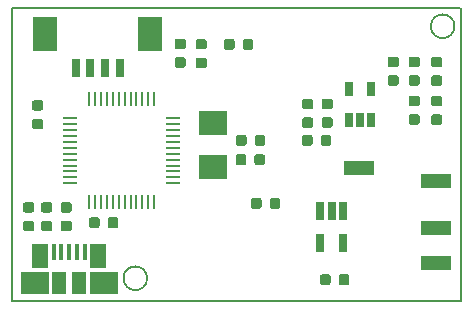
<source format=gbr>
G04 #@! TF.GenerationSoftware,KiCad,Pcbnew,(5.0.0)*
G04 #@! TF.CreationDate,2019-01-26T11:16:20+03:00*
G04 #@! TF.ProjectId,stm32mc,73746D33326D632E6B696361645F7063,rev?*
G04 #@! TF.SameCoordinates,Original*
G04 #@! TF.FileFunction,Paste,Bot*
G04 #@! TF.FilePolarity,Positive*
%FSLAX46Y46*%
G04 Gerber Fmt 4.6, Leading zero omitted, Abs format (unit mm)*
G04 Created by KiCad (PCBNEW (5.0.0)) date 01/26/19 11:16:20*
%MOMM*%
%LPD*%
G01*
G04 APERTURE LIST*
%ADD10C,0.150000*%
%ADD11C,0.100000*%
%ADD12C,0.875000*%
%ADD13R,1.300000X0.250000*%
%ADD14R,0.250000X1.300000*%
%ADD15R,0.650000X1.220000*%
%ADD16R,2.400000X2.000000*%
%ADD17R,2.500000X1.200000*%
%ADD18R,0.450000X1.380000*%
%ADD19R,1.475000X2.100000*%
%ADD20R,2.375000X1.900000*%
%ADD21R,1.175000X1.900000*%
%ADD22R,0.650000X1.560000*%
%ADD23R,0.800000X1.600000*%
%ADD24R,2.100000X3.000000*%
G04 APERTURE END LIST*
D10*
X58531000Y-19050000D02*
G75*
G03X58531000Y-19050000I-1000000J0D01*
G01*
X32512000Y-40386000D02*
G75*
G03X32512000Y-40386000I-1000000J0D01*
G01*
X59055000Y-42291000D02*
X59055000Y-17526000D01*
X59024000Y-17507000D02*
X21082000Y-17526000D01*
X21082000Y-42291000D02*
X59055000Y-42291000D01*
X21082000Y-17526000D02*
X21082000Y-42291000D01*
D11*
G04 #@! TO.C,C4*
G36*
X42302691Y-28228053D02*
X42323926Y-28231203D01*
X42344750Y-28236419D01*
X42364962Y-28243651D01*
X42384368Y-28252830D01*
X42402781Y-28263866D01*
X42420024Y-28276654D01*
X42435930Y-28291070D01*
X42450346Y-28306976D01*
X42463134Y-28324219D01*
X42474170Y-28342632D01*
X42483349Y-28362038D01*
X42490581Y-28382250D01*
X42495797Y-28403074D01*
X42498947Y-28424309D01*
X42500000Y-28445750D01*
X42500000Y-28958250D01*
X42498947Y-28979691D01*
X42495797Y-29000926D01*
X42490581Y-29021750D01*
X42483349Y-29041962D01*
X42474170Y-29061368D01*
X42463134Y-29079781D01*
X42450346Y-29097024D01*
X42435930Y-29112930D01*
X42420024Y-29127346D01*
X42402781Y-29140134D01*
X42384368Y-29151170D01*
X42364962Y-29160349D01*
X42344750Y-29167581D01*
X42323926Y-29172797D01*
X42302691Y-29175947D01*
X42281250Y-29177000D01*
X41843750Y-29177000D01*
X41822309Y-29175947D01*
X41801074Y-29172797D01*
X41780250Y-29167581D01*
X41760038Y-29160349D01*
X41740632Y-29151170D01*
X41722219Y-29140134D01*
X41704976Y-29127346D01*
X41689070Y-29112930D01*
X41674654Y-29097024D01*
X41661866Y-29079781D01*
X41650830Y-29061368D01*
X41641651Y-29041962D01*
X41634419Y-29021750D01*
X41629203Y-29000926D01*
X41626053Y-28979691D01*
X41625000Y-28958250D01*
X41625000Y-28445750D01*
X41626053Y-28424309D01*
X41629203Y-28403074D01*
X41634419Y-28382250D01*
X41641651Y-28362038D01*
X41650830Y-28342632D01*
X41661866Y-28324219D01*
X41674654Y-28306976D01*
X41689070Y-28291070D01*
X41704976Y-28276654D01*
X41722219Y-28263866D01*
X41740632Y-28252830D01*
X41760038Y-28243651D01*
X41780250Y-28236419D01*
X41801074Y-28231203D01*
X41822309Y-28228053D01*
X41843750Y-28227000D01*
X42281250Y-28227000D01*
X42302691Y-28228053D01*
X42302691Y-28228053D01*
G37*
D12*
X42062500Y-28702000D03*
D11*
G36*
X40727691Y-28228053D02*
X40748926Y-28231203D01*
X40769750Y-28236419D01*
X40789962Y-28243651D01*
X40809368Y-28252830D01*
X40827781Y-28263866D01*
X40845024Y-28276654D01*
X40860930Y-28291070D01*
X40875346Y-28306976D01*
X40888134Y-28324219D01*
X40899170Y-28342632D01*
X40908349Y-28362038D01*
X40915581Y-28382250D01*
X40920797Y-28403074D01*
X40923947Y-28424309D01*
X40925000Y-28445750D01*
X40925000Y-28958250D01*
X40923947Y-28979691D01*
X40920797Y-29000926D01*
X40915581Y-29021750D01*
X40908349Y-29041962D01*
X40899170Y-29061368D01*
X40888134Y-29079781D01*
X40875346Y-29097024D01*
X40860930Y-29112930D01*
X40845024Y-29127346D01*
X40827781Y-29140134D01*
X40809368Y-29151170D01*
X40789962Y-29160349D01*
X40769750Y-29167581D01*
X40748926Y-29172797D01*
X40727691Y-29175947D01*
X40706250Y-29177000D01*
X40268750Y-29177000D01*
X40247309Y-29175947D01*
X40226074Y-29172797D01*
X40205250Y-29167581D01*
X40185038Y-29160349D01*
X40165632Y-29151170D01*
X40147219Y-29140134D01*
X40129976Y-29127346D01*
X40114070Y-29112930D01*
X40099654Y-29097024D01*
X40086866Y-29079781D01*
X40075830Y-29061368D01*
X40066651Y-29041962D01*
X40059419Y-29021750D01*
X40054203Y-29000926D01*
X40051053Y-28979691D01*
X40050000Y-28958250D01*
X40050000Y-28445750D01*
X40051053Y-28424309D01*
X40054203Y-28403074D01*
X40059419Y-28382250D01*
X40066651Y-28362038D01*
X40075830Y-28342632D01*
X40086866Y-28324219D01*
X40099654Y-28306976D01*
X40114070Y-28291070D01*
X40129976Y-28276654D01*
X40147219Y-28263866D01*
X40165632Y-28252830D01*
X40185038Y-28243651D01*
X40205250Y-28236419D01*
X40226074Y-28231203D01*
X40247309Y-28228053D01*
X40268750Y-28227000D01*
X40706250Y-28227000D01*
X40727691Y-28228053D01*
X40727691Y-28228053D01*
G37*
D12*
X40487500Y-28702000D03*
G04 #@! TD*
D11*
G04 #@! TO.C,R9*
G36*
X35583691Y-20112053D02*
X35604926Y-20115203D01*
X35625750Y-20120419D01*
X35645962Y-20127651D01*
X35665368Y-20136830D01*
X35683781Y-20147866D01*
X35701024Y-20160654D01*
X35716930Y-20175070D01*
X35731346Y-20190976D01*
X35744134Y-20208219D01*
X35755170Y-20226632D01*
X35764349Y-20246038D01*
X35771581Y-20266250D01*
X35776797Y-20287074D01*
X35779947Y-20308309D01*
X35781000Y-20329750D01*
X35781000Y-20767250D01*
X35779947Y-20788691D01*
X35776797Y-20809926D01*
X35771581Y-20830750D01*
X35764349Y-20850962D01*
X35755170Y-20870368D01*
X35744134Y-20888781D01*
X35731346Y-20906024D01*
X35716930Y-20921930D01*
X35701024Y-20936346D01*
X35683781Y-20949134D01*
X35665368Y-20960170D01*
X35645962Y-20969349D01*
X35625750Y-20976581D01*
X35604926Y-20981797D01*
X35583691Y-20984947D01*
X35562250Y-20986000D01*
X35049750Y-20986000D01*
X35028309Y-20984947D01*
X35007074Y-20981797D01*
X34986250Y-20976581D01*
X34966038Y-20969349D01*
X34946632Y-20960170D01*
X34928219Y-20949134D01*
X34910976Y-20936346D01*
X34895070Y-20921930D01*
X34880654Y-20906024D01*
X34867866Y-20888781D01*
X34856830Y-20870368D01*
X34847651Y-20850962D01*
X34840419Y-20830750D01*
X34835203Y-20809926D01*
X34832053Y-20788691D01*
X34831000Y-20767250D01*
X34831000Y-20329750D01*
X34832053Y-20308309D01*
X34835203Y-20287074D01*
X34840419Y-20266250D01*
X34847651Y-20246038D01*
X34856830Y-20226632D01*
X34867866Y-20208219D01*
X34880654Y-20190976D01*
X34895070Y-20175070D01*
X34910976Y-20160654D01*
X34928219Y-20147866D01*
X34946632Y-20136830D01*
X34966038Y-20127651D01*
X34986250Y-20120419D01*
X35007074Y-20115203D01*
X35028309Y-20112053D01*
X35049750Y-20111000D01*
X35562250Y-20111000D01*
X35583691Y-20112053D01*
X35583691Y-20112053D01*
G37*
D12*
X35306000Y-20548500D03*
D11*
G36*
X35583691Y-21687053D02*
X35604926Y-21690203D01*
X35625750Y-21695419D01*
X35645962Y-21702651D01*
X35665368Y-21711830D01*
X35683781Y-21722866D01*
X35701024Y-21735654D01*
X35716930Y-21750070D01*
X35731346Y-21765976D01*
X35744134Y-21783219D01*
X35755170Y-21801632D01*
X35764349Y-21821038D01*
X35771581Y-21841250D01*
X35776797Y-21862074D01*
X35779947Y-21883309D01*
X35781000Y-21904750D01*
X35781000Y-22342250D01*
X35779947Y-22363691D01*
X35776797Y-22384926D01*
X35771581Y-22405750D01*
X35764349Y-22425962D01*
X35755170Y-22445368D01*
X35744134Y-22463781D01*
X35731346Y-22481024D01*
X35716930Y-22496930D01*
X35701024Y-22511346D01*
X35683781Y-22524134D01*
X35665368Y-22535170D01*
X35645962Y-22544349D01*
X35625750Y-22551581D01*
X35604926Y-22556797D01*
X35583691Y-22559947D01*
X35562250Y-22561000D01*
X35049750Y-22561000D01*
X35028309Y-22559947D01*
X35007074Y-22556797D01*
X34986250Y-22551581D01*
X34966038Y-22544349D01*
X34946632Y-22535170D01*
X34928219Y-22524134D01*
X34910976Y-22511346D01*
X34895070Y-22496930D01*
X34880654Y-22481024D01*
X34867866Y-22463781D01*
X34856830Y-22445368D01*
X34847651Y-22425962D01*
X34840419Y-22405750D01*
X34835203Y-22384926D01*
X34832053Y-22363691D01*
X34831000Y-22342250D01*
X34831000Y-21904750D01*
X34832053Y-21883309D01*
X34835203Y-21862074D01*
X34840419Y-21841250D01*
X34847651Y-21821038D01*
X34856830Y-21801632D01*
X34867866Y-21783219D01*
X34880654Y-21765976D01*
X34895070Y-21750070D01*
X34910976Y-21735654D01*
X34928219Y-21722866D01*
X34946632Y-21711830D01*
X34966038Y-21702651D01*
X34986250Y-21695419D01*
X35007074Y-21690203D01*
X35028309Y-21687053D01*
X35049750Y-21686000D01*
X35562250Y-21686000D01*
X35583691Y-21687053D01*
X35583691Y-21687053D01*
G37*
D12*
X35306000Y-22123500D03*
G04 #@! TD*
D11*
G04 #@! TO.C,C3*
G36*
X40702191Y-29879053D02*
X40723426Y-29882203D01*
X40744250Y-29887419D01*
X40764462Y-29894651D01*
X40783868Y-29903830D01*
X40802281Y-29914866D01*
X40819524Y-29927654D01*
X40835430Y-29942070D01*
X40849846Y-29957976D01*
X40862634Y-29975219D01*
X40873670Y-29993632D01*
X40882849Y-30013038D01*
X40890081Y-30033250D01*
X40895297Y-30054074D01*
X40898447Y-30075309D01*
X40899500Y-30096750D01*
X40899500Y-30609250D01*
X40898447Y-30630691D01*
X40895297Y-30651926D01*
X40890081Y-30672750D01*
X40882849Y-30692962D01*
X40873670Y-30712368D01*
X40862634Y-30730781D01*
X40849846Y-30748024D01*
X40835430Y-30763930D01*
X40819524Y-30778346D01*
X40802281Y-30791134D01*
X40783868Y-30802170D01*
X40764462Y-30811349D01*
X40744250Y-30818581D01*
X40723426Y-30823797D01*
X40702191Y-30826947D01*
X40680750Y-30828000D01*
X40243250Y-30828000D01*
X40221809Y-30826947D01*
X40200574Y-30823797D01*
X40179750Y-30818581D01*
X40159538Y-30811349D01*
X40140132Y-30802170D01*
X40121719Y-30791134D01*
X40104476Y-30778346D01*
X40088570Y-30763930D01*
X40074154Y-30748024D01*
X40061366Y-30730781D01*
X40050330Y-30712368D01*
X40041151Y-30692962D01*
X40033919Y-30672750D01*
X40028703Y-30651926D01*
X40025553Y-30630691D01*
X40024500Y-30609250D01*
X40024500Y-30096750D01*
X40025553Y-30075309D01*
X40028703Y-30054074D01*
X40033919Y-30033250D01*
X40041151Y-30013038D01*
X40050330Y-29993632D01*
X40061366Y-29975219D01*
X40074154Y-29957976D01*
X40088570Y-29942070D01*
X40104476Y-29927654D01*
X40121719Y-29914866D01*
X40140132Y-29903830D01*
X40159538Y-29894651D01*
X40179750Y-29887419D01*
X40200574Y-29882203D01*
X40221809Y-29879053D01*
X40243250Y-29878000D01*
X40680750Y-29878000D01*
X40702191Y-29879053D01*
X40702191Y-29879053D01*
G37*
D12*
X40462000Y-30353000D03*
D11*
G36*
X42277191Y-29879053D02*
X42298426Y-29882203D01*
X42319250Y-29887419D01*
X42339462Y-29894651D01*
X42358868Y-29903830D01*
X42377281Y-29914866D01*
X42394524Y-29927654D01*
X42410430Y-29942070D01*
X42424846Y-29957976D01*
X42437634Y-29975219D01*
X42448670Y-29993632D01*
X42457849Y-30013038D01*
X42465081Y-30033250D01*
X42470297Y-30054074D01*
X42473447Y-30075309D01*
X42474500Y-30096750D01*
X42474500Y-30609250D01*
X42473447Y-30630691D01*
X42470297Y-30651926D01*
X42465081Y-30672750D01*
X42457849Y-30692962D01*
X42448670Y-30712368D01*
X42437634Y-30730781D01*
X42424846Y-30748024D01*
X42410430Y-30763930D01*
X42394524Y-30778346D01*
X42377281Y-30791134D01*
X42358868Y-30802170D01*
X42339462Y-30811349D01*
X42319250Y-30818581D01*
X42298426Y-30823797D01*
X42277191Y-30826947D01*
X42255750Y-30828000D01*
X41818250Y-30828000D01*
X41796809Y-30826947D01*
X41775574Y-30823797D01*
X41754750Y-30818581D01*
X41734538Y-30811349D01*
X41715132Y-30802170D01*
X41696719Y-30791134D01*
X41679476Y-30778346D01*
X41663570Y-30763930D01*
X41649154Y-30748024D01*
X41636366Y-30730781D01*
X41625330Y-30712368D01*
X41616151Y-30692962D01*
X41608919Y-30672750D01*
X41603703Y-30651926D01*
X41600553Y-30630691D01*
X41599500Y-30609250D01*
X41599500Y-30096750D01*
X41600553Y-30075309D01*
X41603703Y-30054074D01*
X41608919Y-30033250D01*
X41616151Y-30013038D01*
X41625330Y-29993632D01*
X41636366Y-29975219D01*
X41649154Y-29957976D01*
X41663570Y-29942070D01*
X41679476Y-29927654D01*
X41696719Y-29914866D01*
X41715132Y-29903830D01*
X41734538Y-29894651D01*
X41754750Y-29887419D01*
X41775574Y-29882203D01*
X41796809Y-29879053D01*
X41818250Y-29878000D01*
X42255750Y-29878000D01*
X42277191Y-29879053D01*
X42277191Y-29879053D01*
G37*
D12*
X42037000Y-30353000D03*
G04 #@! TD*
D11*
G04 #@! TO.C,R1*
G36*
X37361691Y-21712553D02*
X37382926Y-21715703D01*
X37403750Y-21720919D01*
X37423962Y-21728151D01*
X37443368Y-21737330D01*
X37461781Y-21748366D01*
X37479024Y-21761154D01*
X37494930Y-21775570D01*
X37509346Y-21791476D01*
X37522134Y-21808719D01*
X37533170Y-21827132D01*
X37542349Y-21846538D01*
X37549581Y-21866750D01*
X37554797Y-21887574D01*
X37557947Y-21908809D01*
X37559000Y-21930250D01*
X37559000Y-22367750D01*
X37557947Y-22389191D01*
X37554797Y-22410426D01*
X37549581Y-22431250D01*
X37542349Y-22451462D01*
X37533170Y-22470868D01*
X37522134Y-22489281D01*
X37509346Y-22506524D01*
X37494930Y-22522430D01*
X37479024Y-22536846D01*
X37461781Y-22549634D01*
X37443368Y-22560670D01*
X37423962Y-22569849D01*
X37403750Y-22577081D01*
X37382926Y-22582297D01*
X37361691Y-22585447D01*
X37340250Y-22586500D01*
X36827750Y-22586500D01*
X36806309Y-22585447D01*
X36785074Y-22582297D01*
X36764250Y-22577081D01*
X36744038Y-22569849D01*
X36724632Y-22560670D01*
X36706219Y-22549634D01*
X36688976Y-22536846D01*
X36673070Y-22522430D01*
X36658654Y-22506524D01*
X36645866Y-22489281D01*
X36634830Y-22470868D01*
X36625651Y-22451462D01*
X36618419Y-22431250D01*
X36613203Y-22410426D01*
X36610053Y-22389191D01*
X36609000Y-22367750D01*
X36609000Y-21930250D01*
X36610053Y-21908809D01*
X36613203Y-21887574D01*
X36618419Y-21866750D01*
X36625651Y-21846538D01*
X36634830Y-21827132D01*
X36645866Y-21808719D01*
X36658654Y-21791476D01*
X36673070Y-21775570D01*
X36688976Y-21761154D01*
X36706219Y-21748366D01*
X36724632Y-21737330D01*
X36744038Y-21728151D01*
X36764250Y-21720919D01*
X36785074Y-21715703D01*
X36806309Y-21712553D01*
X36827750Y-21711500D01*
X37340250Y-21711500D01*
X37361691Y-21712553D01*
X37361691Y-21712553D01*
G37*
D12*
X37084000Y-22149000D03*
D11*
G36*
X37361691Y-20137553D02*
X37382926Y-20140703D01*
X37403750Y-20145919D01*
X37423962Y-20153151D01*
X37443368Y-20162330D01*
X37461781Y-20173366D01*
X37479024Y-20186154D01*
X37494930Y-20200570D01*
X37509346Y-20216476D01*
X37522134Y-20233719D01*
X37533170Y-20252132D01*
X37542349Y-20271538D01*
X37549581Y-20291750D01*
X37554797Y-20312574D01*
X37557947Y-20333809D01*
X37559000Y-20355250D01*
X37559000Y-20792750D01*
X37557947Y-20814191D01*
X37554797Y-20835426D01*
X37549581Y-20856250D01*
X37542349Y-20876462D01*
X37533170Y-20895868D01*
X37522134Y-20914281D01*
X37509346Y-20931524D01*
X37494930Y-20947430D01*
X37479024Y-20961846D01*
X37461781Y-20974634D01*
X37443368Y-20985670D01*
X37423962Y-20994849D01*
X37403750Y-21002081D01*
X37382926Y-21007297D01*
X37361691Y-21010447D01*
X37340250Y-21011500D01*
X36827750Y-21011500D01*
X36806309Y-21010447D01*
X36785074Y-21007297D01*
X36764250Y-21002081D01*
X36744038Y-20994849D01*
X36724632Y-20985670D01*
X36706219Y-20974634D01*
X36688976Y-20961846D01*
X36673070Y-20947430D01*
X36658654Y-20931524D01*
X36645866Y-20914281D01*
X36634830Y-20895868D01*
X36625651Y-20876462D01*
X36618419Y-20856250D01*
X36613203Y-20835426D01*
X36610053Y-20814191D01*
X36609000Y-20792750D01*
X36609000Y-20355250D01*
X36610053Y-20333809D01*
X36613203Y-20312574D01*
X36618419Y-20291750D01*
X36625651Y-20271538D01*
X36634830Y-20252132D01*
X36645866Y-20233719D01*
X36658654Y-20216476D01*
X36673070Y-20200570D01*
X36688976Y-20186154D01*
X36706219Y-20173366D01*
X36724632Y-20162330D01*
X36744038Y-20153151D01*
X36764250Y-20145919D01*
X36785074Y-20140703D01*
X36806309Y-20137553D01*
X36827750Y-20136500D01*
X37340250Y-20136500D01*
X37361691Y-20137553D01*
X37361691Y-20137553D01*
G37*
D12*
X37084000Y-20574000D03*
G04 #@! TD*
D11*
G04 #@! TO.C,C2*
G36*
X41997691Y-33562053D02*
X42018926Y-33565203D01*
X42039750Y-33570419D01*
X42059962Y-33577651D01*
X42079368Y-33586830D01*
X42097781Y-33597866D01*
X42115024Y-33610654D01*
X42130930Y-33625070D01*
X42145346Y-33640976D01*
X42158134Y-33658219D01*
X42169170Y-33676632D01*
X42178349Y-33696038D01*
X42185581Y-33716250D01*
X42190797Y-33737074D01*
X42193947Y-33758309D01*
X42195000Y-33779750D01*
X42195000Y-34292250D01*
X42193947Y-34313691D01*
X42190797Y-34334926D01*
X42185581Y-34355750D01*
X42178349Y-34375962D01*
X42169170Y-34395368D01*
X42158134Y-34413781D01*
X42145346Y-34431024D01*
X42130930Y-34446930D01*
X42115024Y-34461346D01*
X42097781Y-34474134D01*
X42079368Y-34485170D01*
X42059962Y-34494349D01*
X42039750Y-34501581D01*
X42018926Y-34506797D01*
X41997691Y-34509947D01*
X41976250Y-34511000D01*
X41538750Y-34511000D01*
X41517309Y-34509947D01*
X41496074Y-34506797D01*
X41475250Y-34501581D01*
X41455038Y-34494349D01*
X41435632Y-34485170D01*
X41417219Y-34474134D01*
X41399976Y-34461346D01*
X41384070Y-34446930D01*
X41369654Y-34431024D01*
X41356866Y-34413781D01*
X41345830Y-34395368D01*
X41336651Y-34375962D01*
X41329419Y-34355750D01*
X41324203Y-34334926D01*
X41321053Y-34313691D01*
X41320000Y-34292250D01*
X41320000Y-33779750D01*
X41321053Y-33758309D01*
X41324203Y-33737074D01*
X41329419Y-33716250D01*
X41336651Y-33696038D01*
X41345830Y-33676632D01*
X41356866Y-33658219D01*
X41369654Y-33640976D01*
X41384070Y-33625070D01*
X41399976Y-33610654D01*
X41417219Y-33597866D01*
X41435632Y-33586830D01*
X41455038Y-33577651D01*
X41475250Y-33570419D01*
X41496074Y-33565203D01*
X41517309Y-33562053D01*
X41538750Y-33561000D01*
X41976250Y-33561000D01*
X41997691Y-33562053D01*
X41997691Y-33562053D01*
G37*
D12*
X41757500Y-34036000D03*
D11*
G36*
X43572691Y-33562053D02*
X43593926Y-33565203D01*
X43614750Y-33570419D01*
X43634962Y-33577651D01*
X43654368Y-33586830D01*
X43672781Y-33597866D01*
X43690024Y-33610654D01*
X43705930Y-33625070D01*
X43720346Y-33640976D01*
X43733134Y-33658219D01*
X43744170Y-33676632D01*
X43753349Y-33696038D01*
X43760581Y-33716250D01*
X43765797Y-33737074D01*
X43768947Y-33758309D01*
X43770000Y-33779750D01*
X43770000Y-34292250D01*
X43768947Y-34313691D01*
X43765797Y-34334926D01*
X43760581Y-34355750D01*
X43753349Y-34375962D01*
X43744170Y-34395368D01*
X43733134Y-34413781D01*
X43720346Y-34431024D01*
X43705930Y-34446930D01*
X43690024Y-34461346D01*
X43672781Y-34474134D01*
X43654368Y-34485170D01*
X43634962Y-34494349D01*
X43614750Y-34501581D01*
X43593926Y-34506797D01*
X43572691Y-34509947D01*
X43551250Y-34511000D01*
X43113750Y-34511000D01*
X43092309Y-34509947D01*
X43071074Y-34506797D01*
X43050250Y-34501581D01*
X43030038Y-34494349D01*
X43010632Y-34485170D01*
X42992219Y-34474134D01*
X42974976Y-34461346D01*
X42959070Y-34446930D01*
X42944654Y-34431024D01*
X42931866Y-34413781D01*
X42920830Y-34395368D01*
X42911651Y-34375962D01*
X42904419Y-34355750D01*
X42899203Y-34334926D01*
X42896053Y-34313691D01*
X42895000Y-34292250D01*
X42895000Y-33779750D01*
X42896053Y-33758309D01*
X42899203Y-33737074D01*
X42904419Y-33716250D01*
X42911651Y-33696038D01*
X42920830Y-33676632D01*
X42931866Y-33658219D01*
X42944654Y-33640976D01*
X42959070Y-33625070D01*
X42974976Y-33610654D01*
X42992219Y-33597866D01*
X43010632Y-33586830D01*
X43030038Y-33577651D01*
X43050250Y-33570419D01*
X43071074Y-33565203D01*
X43092309Y-33562053D01*
X43113750Y-33561000D01*
X43551250Y-33561000D01*
X43572691Y-33562053D01*
X43572691Y-33562053D01*
G37*
D12*
X43332500Y-34036000D03*
G04 #@! TD*
D11*
G04 #@! TO.C,R2*
G36*
X28281691Y-35213053D02*
X28302926Y-35216203D01*
X28323750Y-35221419D01*
X28343962Y-35228651D01*
X28363368Y-35237830D01*
X28381781Y-35248866D01*
X28399024Y-35261654D01*
X28414930Y-35276070D01*
X28429346Y-35291976D01*
X28442134Y-35309219D01*
X28453170Y-35327632D01*
X28462349Y-35347038D01*
X28469581Y-35367250D01*
X28474797Y-35388074D01*
X28477947Y-35409309D01*
X28479000Y-35430750D01*
X28479000Y-35943250D01*
X28477947Y-35964691D01*
X28474797Y-35985926D01*
X28469581Y-36006750D01*
X28462349Y-36026962D01*
X28453170Y-36046368D01*
X28442134Y-36064781D01*
X28429346Y-36082024D01*
X28414930Y-36097930D01*
X28399024Y-36112346D01*
X28381781Y-36125134D01*
X28363368Y-36136170D01*
X28343962Y-36145349D01*
X28323750Y-36152581D01*
X28302926Y-36157797D01*
X28281691Y-36160947D01*
X28260250Y-36162000D01*
X27822750Y-36162000D01*
X27801309Y-36160947D01*
X27780074Y-36157797D01*
X27759250Y-36152581D01*
X27739038Y-36145349D01*
X27719632Y-36136170D01*
X27701219Y-36125134D01*
X27683976Y-36112346D01*
X27668070Y-36097930D01*
X27653654Y-36082024D01*
X27640866Y-36064781D01*
X27629830Y-36046368D01*
X27620651Y-36026962D01*
X27613419Y-36006750D01*
X27608203Y-35985926D01*
X27605053Y-35964691D01*
X27604000Y-35943250D01*
X27604000Y-35430750D01*
X27605053Y-35409309D01*
X27608203Y-35388074D01*
X27613419Y-35367250D01*
X27620651Y-35347038D01*
X27629830Y-35327632D01*
X27640866Y-35309219D01*
X27653654Y-35291976D01*
X27668070Y-35276070D01*
X27683976Y-35261654D01*
X27701219Y-35248866D01*
X27719632Y-35237830D01*
X27739038Y-35228651D01*
X27759250Y-35221419D01*
X27780074Y-35216203D01*
X27801309Y-35213053D01*
X27822750Y-35212000D01*
X28260250Y-35212000D01*
X28281691Y-35213053D01*
X28281691Y-35213053D01*
G37*
D12*
X28041500Y-35687000D03*
D11*
G36*
X29856691Y-35213053D02*
X29877926Y-35216203D01*
X29898750Y-35221419D01*
X29918962Y-35228651D01*
X29938368Y-35237830D01*
X29956781Y-35248866D01*
X29974024Y-35261654D01*
X29989930Y-35276070D01*
X30004346Y-35291976D01*
X30017134Y-35309219D01*
X30028170Y-35327632D01*
X30037349Y-35347038D01*
X30044581Y-35367250D01*
X30049797Y-35388074D01*
X30052947Y-35409309D01*
X30054000Y-35430750D01*
X30054000Y-35943250D01*
X30052947Y-35964691D01*
X30049797Y-35985926D01*
X30044581Y-36006750D01*
X30037349Y-36026962D01*
X30028170Y-36046368D01*
X30017134Y-36064781D01*
X30004346Y-36082024D01*
X29989930Y-36097930D01*
X29974024Y-36112346D01*
X29956781Y-36125134D01*
X29938368Y-36136170D01*
X29918962Y-36145349D01*
X29898750Y-36152581D01*
X29877926Y-36157797D01*
X29856691Y-36160947D01*
X29835250Y-36162000D01*
X29397750Y-36162000D01*
X29376309Y-36160947D01*
X29355074Y-36157797D01*
X29334250Y-36152581D01*
X29314038Y-36145349D01*
X29294632Y-36136170D01*
X29276219Y-36125134D01*
X29258976Y-36112346D01*
X29243070Y-36097930D01*
X29228654Y-36082024D01*
X29215866Y-36064781D01*
X29204830Y-36046368D01*
X29195651Y-36026962D01*
X29188419Y-36006750D01*
X29183203Y-35985926D01*
X29180053Y-35964691D01*
X29179000Y-35943250D01*
X29179000Y-35430750D01*
X29180053Y-35409309D01*
X29183203Y-35388074D01*
X29188419Y-35367250D01*
X29195651Y-35347038D01*
X29204830Y-35327632D01*
X29215866Y-35309219D01*
X29228654Y-35291976D01*
X29243070Y-35276070D01*
X29258976Y-35261654D01*
X29276219Y-35248866D01*
X29294632Y-35237830D01*
X29314038Y-35228651D01*
X29334250Y-35221419D01*
X29355074Y-35216203D01*
X29376309Y-35213053D01*
X29397750Y-35212000D01*
X29835250Y-35212000D01*
X29856691Y-35213053D01*
X29856691Y-35213053D01*
G37*
D12*
X29616500Y-35687000D03*
G04 #@! TD*
D11*
G04 #@! TO.C,R3*
G36*
X57300691Y-21636053D02*
X57321926Y-21639203D01*
X57342750Y-21644419D01*
X57362962Y-21651651D01*
X57382368Y-21660830D01*
X57400781Y-21671866D01*
X57418024Y-21684654D01*
X57433930Y-21699070D01*
X57448346Y-21714976D01*
X57461134Y-21732219D01*
X57472170Y-21750632D01*
X57481349Y-21770038D01*
X57488581Y-21790250D01*
X57493797Y-21811074D01*
X57496947Y-21832309D01*
X57498000Y-21853750D01*
X57498000Y-22291250D01*
X57496947Y-22312691D01*
X57493797Y-22333926D01*
X57488581Y-22354750D01*
X57481349Y-22374962D01*
X57472170Y-22394368D01*
X57461134Y-22412781D01*
X57448346Y-22430024D01*
X57433930Y-22445930D01*
X57418024Y-22460346D01*
X57400781Y-22473134D01*
X57382368Y-22484170D01*
X57362962Y-22493349D01*
X57342750Y-22500581D01*
X57321926Y-22505797D01*
X57300691Y-22508947D01*
X57279250Y-22510000D01*
X56766750Y-22510000D01*
X56745309Y-22508947D01*
X56724074Y-22505797D01*
X56703250Y-22500581D01*
X56683038Y-22493349D01*
X56663632Y-22484170D01*
X56645219Y-22473134D01*
X56627976Y-22460346D01*
X56612070Y-22445930D01*
X56597654Y-22430024D01*
X56584866Y-22412781D01*
X56573830Y-22394368D01*
X56564651Y-22374962D01*
X56557419Y-22354750D01*
X56552203Y-22333926D01*
X56549053Y-22312691D01*
X56548000Y-22291250D01*
X56548000Y-21853750D01*
X56549053Y-21832309D01*
X56552203Y-21811074D01*
X56557419Y-21790250D01*
X56564651Y-21770038D01*
X56573830Y-21750632D01*
X56584866Y-21732219D01*
X56597654Y-21714976D01*
X56612070Y-21699070D01*
X56627976Y-21684654D01*
X56645219Y-21671866D01*
X56663632Y-21660830D01*
X56683038Y-21651651D01*
X56703250Y-21644419D01*
X56724074Y-21639203D01*
X56745309Y-21636053D01*
X56766750Y-21635000D01*
X57279250Y-21635000D01*
X57300691Y-21636053D01*
X57300691Y-21636053D01*
G37*
D12*
X57023000Y-22072500D03*
D11*
G36*
X57300691Y-23211053D02*
X57321926Y-23214203D01*
X57342750Y-23219419D01*
X57362962Y-23226651D01*
X57382368Y-23235830D01*
X57400781Y-23246866D01*
X57418024Y-23259654D01*
X57433930Y-23274070D01*
X57448346Y-23289976D01*
X57461134Y-23307219D01*
X57472170Y-23325632D01*
X57481349Y-23345038D01*
X57488581Y-23365250D01*
X57493797Y-23386074D01*
X57496947Y-23407309D01*
X57498000Y-23428750D01*
X57498000Y-23866250D01*
X57496947Y-23887691D01*
X57493797Y-23908926D01*
X57488581Y-23929750D01*
X57481349Y-23949962D01*
X57472170Y-23969368D01*
X57461134Y-23987781D01*
X57448346Y-24005024D01*
X57433930Y-24020930D01*
X57418024Y-24035346D01*
X57400781Y-24048134D01*
X57382368Y-24059170D01*
X57362962Y-24068349D01*
X57342750Y-24075581D01*
X57321926Y-24080797D01*
X57300691Y-24083947D01*
X57279250Y-24085000D01*
X56766750Y-24085000D01*
X56745309Y-24083947D01*
X56724074Y-24080797D01*
X56703250Y-24075581D01*
X56683038Y-24068349D01*
X56663632Y-24059170D01*
X56645219Y-24048134D01*
X56627976Y-24035346D01*
X56612070Y-24020930D01*
X56597654Y-24005024D01*
X56584866Y-23987781D01*
X56573830Y-23969368D01*
X56564651Y-23949962D01*
X56557419Y-23929750D01*
X56552203Y-23908926D01*
X56549053Y-23887691D01*
X56548000Y-23866250D01*
X56548000Y-23428750D01*
X56549053Y-23407309D01*
X56552203Y-23386074D01*
X56557419Y-23365250D01*
X56564651Y-23345038D01*
X56573830Y-23325632D01*
X56584866Y-23307219D01*
X56597654Y-23289976D01*
X56612070Y-23274070D01*
X56627976Y-23259654D01*
X56645219Y-23246866D01*
X56663632Y-23235830D01*
X56683038Y-23226651D01*
X56703250Y-23219419D01*
X56724074Y-23214203D01*
X56745309Y-23211053D01*
X56766750Y-23210000D01*
X57279250Y-23210000D01*
X57300691Y-23211053D01*
X57300691Y-23211053D01*
G37*
D12*
X57023000Y-23647500D03*
G04 #@! TD*
D11*
G04 #@! TO.C,R4*
G36*
X55395691Y-23211053D02*
X55416926Y-23214203D01*
X55437750Y-23219419D01*
X55457962Y-23226651D01*
X55477368Y-23235830D01*
X55495781Y-23246866D01*
X55513024Y-23259654D01*
X55528930Y-23274070D01*
X55543346Y-23289976D01*
X55556134Y-23307219D01*
X55567170Y-23325632D01*
X55576349Y-23345038D01*
X55583581Y-23365250D01*
X55588797Y-23386074D01*
X55591947Y-23407309D01*
X55593000Y-23428750D01*
X55593000Y-23866250D01*
X55591947Y-23887691D01*
X55588797Y-23908926D01*
X55583581Y-23929750D01*
X55576349Y-23949962D01*
X55567170Y-23969368D01*
X55556134Y-23987781D01*
X55543346Y-24005024D01*
X55528930Y-24020930D01*
X55513024Y-24035346D01*
X55495781Y-24048134D01*
X55477368Y-24059170D01*
X55457962Y-24068349D01*
X55437750Y-24075581D01*
X55416926Y-24080797D01*
X55395691Y-24083947D01*
X55374250Y-24085000D01*
X54861750Y-24085000D01*
X54840309Y-24083947D01*
X54819074Y-24080797D01*
X54798250Y-24075581D01*
X54778038Y-24068349D01*
X54758632Y-24059170D01*
X54740219Y-24048134D01*
X54722976Y-24035346D01*
X54707070Y-24020930D01*
X54692654Y-24005024D01*
X54679866Y-23987781D01*
X54668830Y-23969368D01*
X54659651Y-23949962D01*
X54652419Y-23929750D01*
X54647203Y-23908926D01*
X54644053Y-23887691D01*
X54643000Y-23866250D01*
X54643000Y-23428750D01*
X54644053Y-23407309D01*
X54647203Y-23386074D01*
X54652419Y-23365250D01*
X54659651Y-23345038D01*
X54668830Y-23325632D01*
X54679866Y-23307219D01*
X54692654Y-23289976D01*
X54707070Y-23274070D01*
X54722976Y-23259654D01*
X54740219Y-23246866D01*
X54758632Y-23235830D01*
X54778038Y-23226651D01*
X54798250Y-23219419D01*
X54819074Y-23214203D01*
X54840309Y-23211053D01*
X54861750Y-23210000D01*
X55374250Y-23210000D01*
X55395691Y-23211053D01*
X55395691Y-23211053D01*
G37*
D12*
X55118000Y-23647500D03*
D11*
G36*
X55395691Y-21636053D02*
X55416926Y-21639203D01*
X55437750Y-21644419D01*
X55457962Y-21651651D01*
X55477368Y-21660830D01*
X55495781Y-21671866D01*
X55513024Y-21684654D01*
X55528930Y-21699070D01*
X55543346Y-21714976D01*
X55556134Y-21732219D01*
X55567170Y-21750632D01*
X55576349Y-21770038D01*
X55583581Y-21790250D01*
X55588797Y-21811074D01*
X55591947Y-21832309D01*
X55593000Y-21853750D01*
X55593000Y-22291250D01*
X55591947Y-22312691D01*
X55588797Y-22333926D01*
X55583581Y-22354750D01*
X55576349Y-22374962D01*
X55567170Y-22394368D01*
X55556134Y-22412781D01*
X55543346Y-22430024D01*
X55528930Y-22445930D01*
X55513024Y-22460346D01*
X55495781Y-22473134D01*
X55477368Y-22484170D01*
X55457962Y-22493349D01*
X55437750Y-22500581D01*
X55416926Y-22505797D01*
X55395691Y-22508947D01*
X55374250Y-22510000D01*
X54861750Y-22510000D01*
X54840309Y-22508947D01*
X54819074Y-22505797D01*
X54798250Y-22500581D01*
X54778038Y-22493349D01*
X54758632Y-22484170D01*
X54740219Y-22473134D01*
X54722976Y-22460346D01*
X54707070Y-22445930D01*
X54692654Y-22430024D01*
X54679866Y-22412781D01*
X54668830Y-22394368D01*
X54659651Y-22374962D01*
X54652419Y-22354750D01*
X54647203Y-22333926D01*
X54644053Y-22312691D01*
X54643000Y-22291250D01*
X54643000Y-21853750D01*
X54644053Y-21832309D01*
X54647203Y-21811074D01*
X54652419Y-21790250D01*
X54659651Y-21770038D01*
X54668830Y-21750632D01*
X54679866Y-21732219D01*
X54692654Y-21714976D01*
X54707070Y-21699070D01*
X54722976Y-21684654D01*
X54740219Y-21671866D01*
X54758632Y-21660830D01*
X54778038Y-21651651D01*
X54798250Y-21644419D01*
X54819074Y-21639203D01*
X54840309Y-21636053D01*
X54861750Y-21635000D01*
X55374250Y-21635000D01*
X55395691Y-21636053D01*
X55395691Y-21636053D01*
G37*
D12*
X55118000Y-22072500D03*
G04 #@! TD*
D11*
G04 #@! TO.C,R5*
G36*
X47890691Y-28228053D02*
X47911926Y-28231203D01*
X47932750Y-28236419D01*
X47952962Y-28243651D01*
X47972368Y-28252830D01*
X47990781Y-28263866D01*
X48008024Y-28276654D01*
X48023930Y-28291070D01*
X48038346Y-28306976D01*
X48051134Y-28324219D01*
X48062170Y-28342632D01*
X48071349Y-28362038D01*
X48078581Y-28382250D01*
X48083797Y-28403074D01*
X48086947Y-28424309D01*
X48088000Y-28445750D01*
X48088000Y-28958250D01*
X48086947Y-28979691D01*
X48083797Y-29000926D01*
X48078581Y-29021750D01*
X48071349Y-29041962D01*
X48062170Y-29061368D01*
X48051134Y-29079781D01*
X48038346Y-29097024D01*
X48023930Y-29112930D01*
X48008024Y-29127346D01*
X47990781Y-29140134D01*
X47972368Y-29151170D01*
X47952962Y-29160349D01*
X47932750Y-29167581D01*
X47911926Y-29172797D01*
X47890691Y-29175947D01*
X47869250Y-29177000D01*
X47431750Y-29177000D01*
X47410309Y-29175947D01*
X47389074Y-29172797D01*
X47368250Y-29167581D01*
X47348038Y-29160349D01*
X47328632Y-29151170D01*
X47310219Y-29140134D01*
X47292976Y-29127346D01*
X47277070Y-29112930D01*
X47262654Y-29097024D01*
X47249866Y-29079781D01*
X47238830Y-29061368D01*
X47229651Y-29041962D01*
X47222419Y-29021750D01*
X47217203Y-29000926D01*
X47214053Y-28979691D01*
X47213000Y-28958250D01*
X47213000Y-28445750D01*
X47214053Y-28424309D01*
X47217203Y-28403074D01*
X47222419Y-28382250D01*
X47229651Y-28362038D01*
X47238830Y-28342632D01*
X47249866Y-28324219D01*
X47262654Y-28306976D01*
X47277070Y-28291070D01*
X47292976Y-28276654D01*
X47310219Y-28263866D01*
X47328632Y-28252830D01*
X47348038Y-28243651D01*
X47368250Y-28236419D01*
X47389074Y-28231203D01*
X47410309Y-28228053D01*
X47431750Y-28227000D01*
X47869250Y-28227000D01*
X47890691Y-28228053D01*
X47890691Y-28228053D01*
G37*
D12*
X47650500Y-28702000D03*
D11*
G36*
X46315691Y-28228053D02*
X46336926Y-28231203D01*
X46357750Y-28236419D01*
X46377962Y-28243651D01*
X46397368Y-28252830D01*
X46415781Y-28263866D01*
X46433024Y-28276654D01*
X46448930Y-28291070D01*
X46463346Y-28306976D01*
X46476134Y-28324219D01*
X46487170Y-28342632D01*
X46496349Y-28362038D01*
X46503581Y-28382250D01*
X46508797Y-28403074D01*
X46511947Y-28424309D01*
X46513000Y-28445750D01*
X46513000Y-28958250D01*
X46511947Y-28979691D01*
X46508797Y-29000926D01*
X46503581Y-29021750D01*
X46496349Y-29041962D01*
X46487170Y-29061368D01*
X46476134Y-29079781D01*
X46463346Y-29097024D01*
X46448930Y-29112930D01*
X46433024Y-29127346D01*
X46415781Y-29140134D01*
X46397368Y-29151170D01*
X46377962Y-29160349D01*
X46357750Y-29167581D01*
X46336926Y-29172797D01*
X46315691Y-29175947D01*
X46294250Y-29177000D01*
X45856750Y-29177000D01*
X45835309Y-29175947D01*
X45814074Y-29172797D01*
X45793250Y-29167581D01*
X45773038Y-29160349D01*
X45753632Y-29151170D01*
X45735219Y-29140134D01*
X45717976Y-29127346D01*
X45702070Y-29112930D01*
X45687654Y-29097024D01*
X45674866Y-29079781D01*
X45663830Y-29061368D01*
X45654651Y-29041962D01*
X45647419Y-29021750D01*
X45642203Y-29000926D01*
X45639053Y-28979691D01*
X45638000Y-28958250D01*
X45638000Y-28445750D01*
X45639053Y-28424309D01*
X45642203Y-28403074D01*
X45647419Y-28382250D01*
X45654651Y-28362038D01*
X45663830Y-28342632D01*
X45674866Y-28324219D01*
X45687654Y-28306976D01*
X45702070Y-28291070D01*
X45717976Y-28276654D01*
X45735219Y-28263866D01*
X45753632Y-28252830D01*
X45773038Y-28243651D01*
X45793250Y-28236419D01*
X45814074Y-28231203D01*
X45835309Y-28228053D01*
X45856750Y-28227000D01*
X46294250Y-28227000D01*
X46315691Y-28228053D01*
X46315691Y-28228053D01*
G37*
D12*
X46075500Y-28702000D03*
G04 #@! TD*
D11*
G04 #@! TO.C,R6*
G36*
X48029691Y-25192053D02*
X48050926Y-25195203D01*
X48071750Y-25200419D01*
X48091962Y-25207651D01*
X48111368Y-25216830D01*
X48129781Y-25227866D01*
X48147024Y-25240654D01*
X48162930Y-25255070D01*
X48177346Y-25270976D01*
X48190134Y-25288219D01*
X48201170Y-25306632D01*
X48210349Y-25326038D01*
X48217581Y-25346250D01*
X48222797Y-25367074D01*
X48225947Y-25388309D01*
X48227000Y-25409750D01*
X48227000Y-25847250D01*
X48225947Y-25868691D01*
X48222797Y-25889926D01*
X48217581Y-25910750D01*
X48210349Y-25930962D01*
X48201170Y-25950368D01*
X48190134Y-25968781D01*
X48177346Y-25986024D01*
X48162930Y-26001930D01*
X48147024Y-26016346D01*
X48129781Y-26029134D01*
X48111368Y-26040170D01*
X48091962Y-26049349D01*
X48071750Y-26056581D01*
X48050926Y-26061797D01*
X48029691Y-26064947D01*
X48008250Y-26066000D01*
X47495750Y-26066000D01*
X47474309Y-26064947D01*
X47453074Y-26061797D01*
X47432250Y-26056581D01*
X47412038Y-26049349D01*
X47392632Y-26040170D01*
X47374219Y-26029134D01*
X47356976Y-26016346D01*
X47341070Y-26001930D01*
X47326654Y-25986024D01*
X47313866Y-25968781D01*
X47302830Y-25950368D01*
X47293651Y-25930962D01*
X47286419Y-25910750D01*
X47281203Y-25889926D01*
X47278053Y-25868691D01*
X47277000Y-25847250D01*
X47277000Y-25409750D01*
X47278053Y-25388309D01*
X47281203Y-25367074D01*
X47286419Y-25346250D01*
X47293651Y-25326038D01*
X47302830Y-25306632D01*
X47313866Y-25288219D01*
X47326654Y-25270976D01*
X47341070Y-25255070D01*
X47356976Y-25240654D01*
X47374219Y-25227866D01*
X47392632Y-25216830D01*
X47412038Y-25207651D01*
X47432250Y-25200419D01*
X47453074Y-25195203D01*
X47474309Y-25192053D01*
X47495750Y-25191000D01*
X48008250Y-25191000D01*
X48029691Y-25192053D01*
X48029691Y-25192053D01*
G37*
D12*
X47752000Y-25628500D03*
D11*
G36*
X48029691Y-26767053D02*
X48050926Y-26770203D01*
X48071750Y-26775419D01*
X48091962Y-26782651D01*
X48111368Y-26791830D01*
X48129781Y-26802866D01*
X48147024Y-26815654D01*
X48162930Y-26830070D01*
X48177346Y-26845976D01*
X48190134Y-26863219D01*
X48201170Y-26881632D01*
X48210349Y-26901038D01*
X48217581Y-26921250D01*
X48222797Y-26942074D01*
X48225947Y-26963309D01*
X48227000Y-26984750D01*
X48227000Y-27422250D01*
X48225947Y-27443691D01*
X48222797Y-27464926D01*
X48217581Y-27485750D01*
X48210349Y-27505962D01*
X48201170Y-27525368D01*
X48190134Y-27543781D01*
X48177346Y-27561024D01*
X48162930Y-27576930D01*
X48147024Y-27591346D01*
X48129781Y-27604134D01*
X48111368Y-27615170D01*
X48091962Y-27624349D01*
X48071750Y-27631581D01*
X48050926Y-27636797D01*
X48029691Y-27639947D01*
X48008250Y-27641000D01*
X47495750Y-27641000D01*
X47474309Y-27639947D01*
X47453074Y-27636797D01*
X47432250Y-27631581D01*
X47412038Y-27624349D01*
X47392632Y-27615170D01*
X47374219Y-27604134D01*
X47356976Y-27591346D01*
X47341070Y-27576930D01*
X47326654Y-27561024D01*
X47313866Y-27543781D01*
X47302830Y-27525368D01*
X47293651Y-27505962D01*
X47286419Y-27485750D01*
X47281203Y-27464926D01*
X47278053Y-27443691D01*
X47277000Y-27422250D01*
X47277000Y-26984750D01*
X47278053Y-26963309D01*
X47281203Y-26942074D01*
X47286419Y-26921250D01*
X47293651Y-26901038D01*
X47302830Y-26881632D01*
X47313866Y-26863219D01*
X47326654Y-26845976D01*
X47341070Y-26830070D01*
X47356976Y-26815654D01*
X47374219Y-26802866D01*
X47392632Y-26791830D01*
X47412038Y-26782651D01*
X47432250Y-26775419D01*
X47453074Y-26770203D01*
X47474309Y-26767053D01*
X47495750Y-26766000D01*
X48008250Y-26766000D01*
X48029691Y-26767053D01*
X48029691Y-26767053D01*
G37*
D12*
X47752000Y-27203500D03*
G04 #@! TD*
D11*
G04 #@! TO.C,R7*
G36*
X53617691Y-21636053D02*
X53638926Y-21639203D01*
X53659750Y-21644419D01*
X53679962Y-21651651D01*
X53699368Y-21660830D01*
X53717781Y-21671866D01*
X53735024Y-21684654D01*
X53750930Y-21699070D01*
X53765346Y-21714976D01*
X53778134Y-21732219D01*
X53789170Y-21750632D01*
X53798349Y-21770038D01*
X53805581Y-21790250D01*
X53810797Y-21811074D01*
X53813947Y-21832309D01*
X53815000Y-21853750D01*
X53815000Y-22291250D01*
X53813947Y-22312691D01*
X53810797Y-22333926D01*
X53805581Y-22354750D01*
X53798349Y-22374962D01*
X53789170Y-22394368D01*
X53778134Y-22412781D01*
X53765346Y-22430024D01*
X53750930Y-22445930D01*
X53735024Y-22460346D01*
X53717781Y-22473134D01*
X53699368Y-22484170D01*
X53679962Y-22493349D01*
X53659750Y-22500581D01*
X53638926Y-22505797D01*
X53617691Y-22508947D01*
X53596250Y-22510000D01*
X53083750Y-22510000D01*
X53062309Y-22508947D01*
X53041074Y-22505797D01*
X53020250Y-22500581D01*
X53000038Y-22493349D01*
X52980632Y-22484170D01*
X52962219Y-22473134D01*
X52944976Y-22460346D01*
X52929070Y-22445930D01*
X52914654Y-22430024D01*
X52901866Y-22412781D01*
X52890830Y-22394368D01*
X52881651Y-22374962D01*
X52874419Y-22354750D01*
X52869203Y-22333926D01*
X52866053Y-22312691D01*
X52865000Y-22291250D01*
X52865000Y-21853750D01*
X52866053Y-21832309D01*
X52869203Y-21811074D01*
X52874419Y-21790250D01*
X52881651Y-21770038D01*
X52890830Y-21750632D01*
X52901866Y-21732219D01*
X52914654Y-21714976D01*
X52929070Y-21699070D01*
X52944976Y-21684654D01*
X52962219Y-21671866D01*
X52980632Y-21660830D01*
X53000038Y-21651651D01*
X53020250Y-21644419D01*
X53041074Y-21639203D01*
X53062309Y-21636053D01*
X53083750Y-21635000D01*
X53596250Y-21635000D01*
X53617691Y-21636053D01*
X53617691Y-21636053D01*
G37*
D12*
X53340000Y-22072500D03*
D11*
G36*
X53617691Y-23211053D02*
X53638926Y-23214203D01*
X53659750Y-23219419D01*
X53679962Y-23226651D01*
X53699368Y-23235830D01*
X53717781Y-23246866D01*
X53735024Y-23259654D01*
X53750930Y-23274070D01*
X53765346Y-23289976D01*
X53778134Y-23307219D01*
X53789170Y-23325632D01*
X53798349Y-23345038D01*
X53805581Y-23365250D01*
X53810797Y-23386074D01*
X53813947Y-23407309D01*
X53815000Y-23428750D01*
X53815000Y-23866250D01*
X53813947Y-23887691D01*
X53810797Y-23908926D01*
X53805581Y-23929750D01*
X53798349Y-23949962D01*
X53789170Y-23969368D01*
X53778134Y-23987781D01*
X53765346Y-24005024D01*
X53750930Y-24020930D01*
X53735024Y-24035346D01*
X53717781Y-24048134D01*
X53699368Y-24059170D01*
X53679962Y-24068349D01*
X53659750Y-24075581D01*
X53638926Y-24080797D01*
X53617691Y-24083947D01*
X53596250Y-24085000D01*
X53083750Y-24085000D01*
X53062309Y-24083947D01*
X53041074Y-24080797D01*
X53020250Y-24075581D01*
X53000038Y-24068349D01*
X52980632Y-24059170D01*
X52962219Y-24048134D01*
X52944976Y-24035346D01*
X52929070Y-24020930D01*
X52914654Y-24005024D01*
X52901866Y-23987781D01*
X52890830Y-23969368D01*
X52881651Y-23949962D01*
X52874419Y-23929750D01*
X52869203Y-23908926D01*
X52866053Y-23887691D01*
X52865000Y-23866250D01*
X52865000Y-23428750D01*
X52866053Y-23407309D01*
X52869203Y-23386074D01*
X52874419Y-23365250D01*
X52881651Y-23345038D01*
X52890830Y-23325632D01*
X52901866Y-23307219D01*
X52914654Y-23289976D01*
X52929070Y-23274070D01*
X52944976Y-23259654D01*
X52962219Y-23246866D01*
X52980632Y-23235830D01*
X53000038Y-23226651D01*
X53020250Y-23219419D01*
X53041074Y-23214203D01*
X53062309Y-23211053D01*
X53083750Y-23210000D01*
X53596250Y-23210000D01*
X53617691Y-23211053D01*
X53617691Y-23211053D01*
G37*
D12*
X53340000Y-23647500D03*
G04 #@! TD*
D13*
G04 #@! TO.C,U2*
X34703000Y-26841000D03*
X34703000Y-27341000D03*
X34703000Y-27841000D03*
X34703000Y-28341000D03*
X34703000Y-28841000D03*
X34703000Y-29341000D03*
X34703000Y-29841000D03*
X34703000Y-30341000D03*
X34703000Y-30841000D03*
X34703000Y-31341000D03*
X34703000Y-31841000D03*
X34703000Y-32341000D03*
D14*
X33103000Y-33941000D03*
X32603000Y-33941000D03*
X32103000Y-33941000D03*
X31603000Y-33941000D03*
X31103000Y-33941000D03*
X30603000Y-33941000D03*
X30103000Y-33941000D03*
X29603000Y-33941000D03*
X29103000Y-33941000D03*
X28603000Y-33941000D03*
X28103000Y-33941000D03*
X27603000Y-33941000D03*
D13*
X26003000Y-32341000D03*
X26003000Y-31841000D03*
X26003000Y-31341000D03*
X26003000Y-30841000D03*
X26003000Y-30341000D03*
X26003000Y-29841000D03*
X26003000Y-29341000D03*
X26003000Y-28841000D03*
X26003000Y-28341000D03*
X26003000Y-27841000D03*
X26003000Y-27341000D03*
X26003000Y-26841000D03*
D14*
X27603000Y-25241000D03*
X28103000Y-25241000D03*
X28603000Y-25241000D03*
X29103000Y-25241000D03*
X29603000Y-25241000D03*
X30103000Y-25241000D03*
X30603000Y-25241000D03*
X31103000Y-25241000D03*
X31603000Y-25241000D03*
X32103000Y-25241000D03*
X32603000Y-25241000D03*
X33103000Y-25241000D03*
G04 #@! TD*
D15*
G04 #@! TO.C,U3*
X51496000Y-27004000D03*
X50546000Y-27004000D03*
X49596000Y-27004000D03*
X49596000Y-24384000D03*
X51496000Y-24384000D03*
G04 #@! TD*
D16*
G04 #@! TO.C,Y1*
X38100000Y-30933000D03*
X38100000Y-27233000D03*
G04 #@! TD*
D11*
G04 #@! TO.C,R8*
G36*
X47839691Y-40039053D02*
X47860926Y-40042203D01*
X47881750Y-40047419D01*
X47901962Y-40054651D01*
X47921368Y-40063830D01*
X47939781Y-40074866D01*
X47957024Y-40087654D01*
X47972930Y-40102070D01*
X47987346Y-40117976D01*
X48000134Y-40135219D01*
X48011170Y-40153632D01*
X48020349Y-40173038D01*
X48027581Y-40193250D01*
X48032797Y-40214074D01*
X48035947Y-40235309D01*
X48037000Y-40256750D01*
X48037000Y-40769250D01*
X48035947Y-40790691D01*
X48032797Y-40811926D01*
X48027581Y-40832750D01*
X48020349Y-40852962D01*
X48011170Y-40872368D01*
X48000134Y-40890781D01*
X47987346Y-40908024D01*
X47972930Y-40923930D01*
X47957024Y-40938346D01*
X47939781Y-40951134D01*
X47921368Y-40962170D01*
X47901962Y-40971349D01*
X47881750Y-40978581D01*
X47860926Y-40983797D01*
X47839691Y-40986947D01*
X47818250Y-40988000D01*
X47380750Y-40988000D01*
X47359309Y-40986947D01*
X47338074Y-40983797D01*
X47317250Y-40978581D01*
X47297038Y-40971349D01*
X47277632Y-40962170D01*
X47259219Y-40951134D01*
X47241976Y-40938346D01*
X47226070Y-40923930D01*
X47211654Y-40908024D01*
X47198866Y-40890781D01*
X47187830Y-40872368D01*
X47178651Y-40852962D01*
X47171419Y-40832750D01*
X47166203Y-40811926D01*
X47163053Y-40790691D01*
X47162000Y-40769250D01*
X47162000Y-40256750D01*
X47163053Y-40235309D01*
X47166203Y-40214074D01*
X47171419Y-40193250D01*
X47178651Y-40173038D01*
X47187830Y-40153632D01*
X47198866Y-40135219D01*
X47211654Y-40117976D01*
X47226070Y-40102070D01*
X47241976Y-40087654D01*
X47259219Y-40074866D01*
X47277632Y-40063830D01*
X47297038Y-40054651D01*
X47317250Y-40047419D01*
X47338074Y-40042203D01*
X47359309Y-40039053D01*
X47380750Y-40038000D01*
X47818250Y-40038000D01*
X47839691Y-40039053D01*
X47839691Y-40039053D01*
G37*
D12*
X47599500Y-40513000D03*
D11*
G36*
X49414691Y-40039053D02*
X49435926Y-40042203D01*
X49456750Y-40047419D01*
X49476962Y-40054651D01*
X49496368Y-40063830D01*
X49514781Y-40074866D01*
X49532024Y-40087654D01*
X49547930Y-40102070D01*
X49562346Y-40117976D01*
X49575134Y-40135219D01*
X49586170Y-40153632D01*
X49595349Y-40173038D01*
X49602581Y-40193250D01*
X49607797Y-40214074D01*
X49610947Y-40235309D01*
X49612000Y-40256750D01*
X49612000Y-40769250D01*
X49610947Y-40790691D01*
X49607797Y-40811926D01*
X49602581Y-40832750D01*
X49595349Y-40852962D01*
X49586170Y-40872368D01*
X49575134Y-40890781D01*
X49562346Y-40908024D01*
X49547930Y-40923930D01*
X49532024Y-40938346D01*
X49514781Y-40951134D01*
X49496368Y-40962170D01*
X49476962Y-40971349D01*
X49456750Y-40978581D01*
X49435926Y-40983797D01*
X49414691Y-40986947D01*
X49393250Y-40988000D01*
X48955750Y-40988000D01*
X48934309Y-40986947D01*
X48913074Y-40983797D01*
X48892250Y-40978581D01*
X48872038Y-40971349D01*
X48852632Y-40962170D01*
X48834219Y-40951134D01*
X48816976Y-40938346D01*
X48801070Y-40923930D01*
X48786654Y-40908024D01*
X48773866Y-40890781D01*
X48762830Y-40872368D01*
X48753651Y-40852962D01*
X48746419Y-40832750D01*
X48741203Y-40811926D01*
X48738053Y-40790691D01*
X48737000Y-40769250D01*
X48737000Y-40256750D01*
X48738053Y-40235309D01*
X48741203Y-40214074D01*
X48746419Y-40193250D01*
X48753651Y-40173038D01*
X48762830Y-40153632D01*
X48773866Y-40135219D01*
X48786654Y-40117976D01*
X48801070Y-40102070D01*
X48816976Y-40087654D01*
X48834219Y-40074866D01*
X48852632Y-40063830D01*
X48872038Y-40054651D01*
X48892250Y-40047419D01*
X48913074Y-40042203D01*
X48934309Y-40039053D01*
X48955750Y-40038000D01*
X49393250Y-40038000D01*
X49414691Y-40039053D01*
X49414691Y-40039053D01*
G37*
D12*
X49174500Y-40513000D03*
G04 #@! TD*
D11*
G04 #@! TO.C,C7*
G36*
X23518691Y-25319053D02*
X23539926Y-25322203D01*
X23560750Y-25327419D01*
X23580962Y-25334651D01*
X23600368Y-25343830D01*
X23618781Y-25354866D01*
X23636024Y-25367654D01*
X23651930Y-25382070D01*
X23666346Y-25397976D01*
X23679134Y-25415219D01*
X23690170Y-25433632D01*
X23699349Y-25453038D01*
X23706581Y-25473250D01*
X23711797Y-25494074D01*
X23714947Y-25515309D01*
X23716000Y-25536750D01*
X23716000Y-25974250D01*
X23714947Y-25995691D01*
X23711797Y-26016926D01*
X23706581Y-26037750D01*
X23699349Y-26057962D01*
X23690170Y-26077368D01*
X23679134Y-26095781D01*
X23666346Y-26113024D01*
X23651930Y-26128930D01*
X23636024Y-26143346D01*
X23618781Y-26156134D01*
X23600368Y-26167170D01*
X23580962Y-26176349D01*
X23560750Y-26183581D01*
X23539926Y-26188797D01*
X23518691Y-26191947D01*
X23497250Y-26193000D01*
X22984750Y-26193000D01*
X22963309Y-26191947D01*
X22942074Y-26188797D01*
X22921250Y-26183581D01*
X22901038Y-26176349D01*
X22881632Y-26167170D01*
X22863219Y-26156134D01*
X22845976Y-26143346D01*
X22830070Y-26128930D01*
X22815654Y-26113024D01*
X22802866Y-26095781D01*
X22791830Y-26077368D01*
X22782651Y-26057962D01*
X22775419Y-26037750D01*
X22770203Y-26016926D01*
X22767053Y-25995691D01*
X22766000Y-25974250D01*
X22766000Y-25536750D01*
X22767053Y-25515309D01*
X22770203Y-25494074D01*
X22775419Y-25473250D01*
X22782651Y-25453038D01*
X22791830Y-25433632D01*
X22802866Y-25415219D01*
X22815654Y-25397976D01*
X22830070Y-25382070D01*
X22845976Y-25367654D01*
X22863219Y-25354866D01*
X22881632Y-25343830D01*
X22901038Y-25334651D01*
X22921250Y-25327419D01*
X22942074Y-25322203D01*
X22963309Y-25319053D01*
X22984750Y-25318000D01*
X23497250Y-25318000D01*
X23518691Y-25319053D01*
X23518691Y-25319053D01*
G37*
D12*
X23241000Y-25755500D03*
D11*
G36*
X23518691Y-26894053D02*
X23539926Y-26897203D01*
X23560750Y-26902419D01*
X23580962Y-26909651D01*
X23600368Y-26918830D01*
X23618781Y-26929866D01*
X23636024Y-26942654D01*
X23651930Y-26957070D01*
X23666346Y-26972976D01*
X23679134Y-26990219D01*
X23690170Y-27008632D01*
X23699349Y-27028038D01*
X23706581Y-27048250D01*
X23711797Y-27069074D01*
X23714947Y-27090309D01*
X23716000Y-27111750D01*
X23716000Y-27549250D01*
X23714947Y-27570691D01*
X23711797Y-27591926D01*
X23706581Y-27612750D01*
X23699349Y-27632962D01*
X23690170Y-27652368D01*
X23679134Y-27670781D01*
X23666346Y-27688024D01*
X23651930Y-27703930D01*
X23636024Y-27718346D01*
X23618781Y-27731134D01*
X23600368Y-27742170D01*
X23580962Y-27751349D01*
X23560750Y-27758581D01*
X23539926Y-27763797D01*
X23518691Y-27766947D01*
X23497250Y-27768000D01*
X22984750Y-27768000D01*
X22963309Y-27766947D01*
X22942074Y-27763797D01*
X22921250Y-27758581D01*
X22901038Y-27751349D01*
X22881632Y-27742170D01*
X22863219Y-27731134D01*
X22845976Y-27718346D01*
X22830070Y-27703930D01*
X22815654Y-27688024D01*
X22802866Y-27670781D01*
X22791830Y-27652368D01*
X22782651Y-27632962D01*
X22775419Y-27612750D01*
X22770203Y-27591926D01*
X22767053Y-27570691D01*
X22766000Y-27549250D01*
X22766000Y-27111750D01*
X22767053Y-27090309D01*
X22770203Y-27069074D01*
X22775419Y-27048250D01*
X22782651Y-27028038D01*
X22791830Y-27008632D01*
X22802866Y-26990219D01*
X22815654Y-26972976D01*
X22830070Y-26957070D01*
X22845976Y-26942654D01*
X22863219Y-26929866D01*
X22881632Y-26918830D01*
X22901038Y-26909651D01*
X22921250Y-26902419D01*
X22942074Y-26897203D01*
X22963309Y-26894053D01*
X22984750Y-26893000D01*
X23497250Y-26893000D01*
X23518691Y-26894053D01*
X23518691Y-26894053D01*
G37*
D12*
X23241000Y-27330500D03*
G04 #@! TD*
D11*
G04 #@! TO.C,C8*
G36*
X57300691Y-24938053D02*
X57321926Y-24941203D01*
X57342750Y-24946419D01*
X57362962Y-24953651D01*
X57382368Y-24962830D01*
X57400781Y-24973866D01*
X57418024Y-24986654D01*
X57433930Y-25001070D01*
X57448346Y-25016976D01*
X57461134Y-25034219D01*
X57472170Y-25052632D01*
X57481349Y-25072038D01*
X57488581Y-25092250D01*
X57493797Y-25113074D01*
X57496947Y-25134309D01*
X57498000Y-25155750D01*
X57498000Y-25593250D01*
X57496947Y-25614691D01*
X57493797Y-25635926D01*
X57488581Y-25656750D01*
X57481349Y-25676962D01*
X57472170Y-25696368D01*
X57461134Y-25714781D01*
X57448346Y-25732024D01*
X57433930Y-25747930D01*
X57418024Y-25762346D01*
X57400781Y-25775134D01*
X57382368Y-25786170D01*
X57362962Y-25795349D01*
X57342750Y-25802581D01*
X57321926Y-25807797D01*
X57300691Y-25810947D01*
X57279250Y-25812000D01*
X56766750Y-25812000D01*
X56745309Y-25810947D01*
X56724074Y-25807797D01*
X56703250Y-25802581D01*
X56683038Y-25795349D01*
X56663632Y-25786170D01*
X56645219Y-25775134D01*
X56627976Y-25762346D01*
X56612070Y-25747930D01*
X56597654Y-25732024D01*
X56584866Y-25714781D01*
X56573830Y-25696368D01*
X56564651Y-25676962D01*
X56557419Y-25656750D01*
X56552203Y-25635926D01*
X56549053Y-25614691D01*
X56548000Y-25593250D01*
X56548000Y-25155750D01*
X56549053Y-25134309D01*
X56552203Y-25113074D01*
X56557419Y-25092250D01*
X56564651Y-25072038D01*
X56573830Y-25052632D01*
X56584866Y-25034219D01*
X56597654Y-25016976D01*
X56612070Y-25001070D01*
X56627976Y-24986654D01*
X56645219Y-24973866D01*
X56663632Y-24962830D01*
X56683038Y-24953651D01*
X56703250Y-24946419D01*
X56724074Y-24941203D01*
X56745309Y-24938053D01*
X56766750Y-24937000D01*
X57279250Y-24937000D01*
X57300691Y-24938053D01*
X57300691Y-24938053D01*
G37*
D12*
X57023000Y-25374500D03*
D11*
G36*
X57300691Y-26513053D02*
X57321926Y-26516203D01*
X57342750Y-26521419D01*
X57362962Y-26528651D01*
X57382368Y-26537830D01*
X57400781Y-26548866D01*
X57418024Y-26561654D01*
X57433930Y-26576070D01*
X57448346Y-26591976D01*
X57461134Y-26609219D01*
X57472170Y-26627632D01*
X57481349Y-26647038D01*
X57488581Y-26667250D01*
X57493797Y-26688074D01*
X57496947Y-26709309D01*
X57498000Y-26730750D01*
X57498000Y-27168250D01*
X57496947Y-27189691D01*
X57493797Y-27210926D01*
X57488581Y-27231750D01*
X57481349Y-27251962D01*
X57472170Y-27271368D01*
X57461134Y-27289781D01*
X57448346Y-27307024D01*
X57433930Y-27322930D01*
X57418024Y-27337346D01*
X57400781Y-27350134D01*
X57382368Y-27361170D01*
X57362962Y-27370349D01*
X57342750Y-27377581D01*
X57321926Y-27382797D01*
X57300691Y-27385947D01*
X57279250Y-27387000D01*
X56766750Y-27387000D01*
X56745309Y-27385947D01*
X56724074Y-27382797D01*
X56703250Y-27377581D01*
X56683038Y-27370349D01*
X56663632Y-27361170D01*
X56645219Y-27350134D01*
X56627976Y-27337346D01*
X56612070Y-27322930D01*
X56597654Y-27307024D01*
X56584866Y-27289781D01*
X56573830Y-27271368D01*
X56564651Y-27251962D01*
X56557419Y-27231750D01*
X56552203Y-27210926D01*
X56549053Y-27189691D01*
X56548000Y-27168250D01*
X56548000Y-26730750D01*
X56549053Y-26709309D01*
X56552203Y-26688074D01*
X56557419Y-26667250D01*
X56564651Y-26647038D01*
X56573830Y-26627632D01*
X56584866Y-26609219D01*
X56597654Y-26591976D01*
X56612070Y-26576070D01*
X56627976Y-26561654D01*
X56645219Y-26548866D01*
X56663632Y-26537830D01*
X56683038Y-26528651D01*
X56703250Y-26521419D01*
X56724074Y-26516203D01*
X56745309Y-26513053D01*
X56766750Y-26512000D01*
X57279250Y-26512000D01*
X57300691Y-26513053D01*
X57300691Y-26513053D01*
G37*
D12*
X57023000Y-26949500D03*
G04 #@! TD*
D11*
G04 #@! TO.C,C9*
G36*
X55395691Y-26513053D02*
X55416926Y-26516203D01*
X55437750Y-26521419D01*
X55457962Y-26528651D01*
X55477368Y-26537830D01*
X55495781Y-26548866D01*
X55513024Y-26561654D01*
X55528930Y-26576070D01*
X55543346Y-26591976D01*
X55556134Y-26609219D01*
X55567170Y-26627632D01*
X55576349Y-26647038D01*
X55583581Y-26667250D01*
X55588797Y-26688074D01*
X55591947Y-26709309D01*
X55593000Y-26730750D01*
X55593000Y-27168250D01*
X55591947Y-27189691D01*
X55588797Y-27210926D01*
X55583581Y-27231750D01*
X55576349Y-27251962D01*
X55567170Y-27271368D01*
X55556134Y-27289781D01*
X55543346Y-27307024D01*
X55528930Y-27322930D01*
X55513024Y-27337346D01*
X55495781Y-27350134D01*
X55477368Y-27361170D01*
X55457962Y-27370349D01*
X55437750Y-27377581D01*
X55416926Y-27382797D01*
X55395691Y-27385947D01*
X55374250Y-27387000D01*
X54861750Y-27387000D01*
X54840309Y-27385947D01*
X54819074Y-27382797D01*
X54798250Y-27377581D01*
X54778038Y-27370349D01*
X54758632Y-27361170D01*
X54740219Y-27350134D01*
X54722976Y-27337346D01*
X54707070Y-27322930D01*
X54692654Y-27307024D01*
X54679866Y-27289781D01*
X54668830Y-27271368D01*
X54659651Y-27251962D01*
X54652419Y-27231750D01*
X54647203Y-27210926D01*
X54644053Y-27189691D01*
X54643000Y-27168250D01*
X54643000Y-26730750D01*
X54644053Y-26709309D01*
X54647203Y-26688074D01*
X54652419Y-26667250D01*
X54659651Y-26647038D01*
X54668830Y-26627632D01*
X54679866Y-26609219D01*
X54692654Y-26591976D01*
X54707070Y-26576070D01*
X54722976Y-26561654D01*
X54740219Y-26548866D01*
X54758632Y-26537830D01*
X54778038Y-26528651D01*
X54798250Y-26521419D01*
X54819074Y-26516203D01*
X54840309Y-26513053D01*
X54861750Y-26512000D01*
X55374250Y-26512000D01*
X55395691Y-26513053D01*
X55395691Y-26513053D01*
G37*
D12*
X55118000Y-26949500D03*
D11*
G36*
X55395691Y-24938053D02*
X55416926Y-24941203D01*
X55437750Y-24946419D01*
X55457962Y-24953651D01*
X55477368Y-24962830D01*
X55495781Y-24973866D01*
X55513024Y-24986654D01*
X55528930Y-25001070D01*
X55543346Y-25016976D01*
X55556134Y-25034219D01*
X55567170Y-25052632D01*
X55576349Y-25072038D01*
X55583581Y-25092250D01*
X55588797Y-25113074D01*
X55591947Y-25134309D01*
X55593000Y-25155750D01*
X55593000Y-25593250D01*
X55591947Y-25614691D01*
X55588797Y-25635926D01*
X55583581Y-25656750D01*
X55576349Y-25676962D01*
X55567170Y-25696368D01*
X55556134Y-25714781D01*
X55543346Y-25732024D01*
X55528930Y-25747930D01*
X55513024Y-25762346D01*
X55495781Y-25775134D01*
X55477368Y-25786170D01*
X55457962Y-25795349D01*
X55437750Y-25802581D01*
X55416926Y-25807797D01*
X55395691Y-25810947D01*
X55374250Y-25812000D01*
X54861750Y-25812000D01*
X54840309Y-25810947D01*
X54819074Y-25807797D01*
X54798250Y-25802581D01*
X54778038Y-25795349D01*
X54758632Y-25786170D01*
X54740219Y-25775134D01*
X54722976Y-25762346D01*
X54707070Y-25747930D01*
X54692654Y-25732024D01*
X54679866Y-25714781D01*
X54668830Y-25696368D01*
X54659651Y-25676962D01*
X54652419Y-25656750D01*
X54647203Y-25635926D01*
X54644053Y-25614691D01*
X54643000Y-25593250D01*
X54643000Y-25155750D01*
X54644053Y-25134309D01*
X54647203Y-25113074D01*
X54652419Y-25092250D01*
X54659651Y-25072038D01*
X54668830Y-25052632D01*
X54679866Y-25034219D01*
X54692654Y-25016976D01*
X54707070Y-25001070D01*
X54722976Y-24986654D01*
X54740219Y-24973866D01*
X54758632Y-24962830D01*
X54778038Y-24953651D01*
X54798250Y-24946419D01*
X54819074Y-24941203D01*
X54840309Y-24938053D01*
X54861750Y-24937000D01*
X55374250Y-24937000D01*
X55395691Y-24938053D01*
X55395691Y-24938053D01*
G37*
D12*
X55118000Y-25374500D03*
G04 #@! TD*
D11*
G04 #@! TO.C,C10*
G36*
X46378691Y-26767053D02*
X46399926Y-26770203D01*
X46420750Y-26775419D01*
X46440962Y-26782651D01*
X46460368Y-26791830D01*
X46478781Y-26802866D01*
X46496024Y-26815654D01*
X46511930Y-26830070D01*
X46526346Y-26845976D01*
X46539134Y-26863219D01*
X46550170Y-26881632D01*
X46559349Y-26901038D01*
X46566581Y-26921250D01*
X46571797Y-26942074D01*
X46574947Y-26963309D01*
X46576000Y-26984750D01*
X46576000Y-27422250D01*
X46574947Y-27443691D01*
X46571797Y-27464926D01*
X46566581Y-27485750D01*
X46559349Y-27505962D01*
X46550170Y-27525368D01*
X46539134Y-27543781D01*
X46526346Y-27561024D01*
X46511930Y-27576930D01*
X46496024Y-27591346D01*
X46478781Y-27604134D01*
X46460368Y-27615170D01*
X46440962Y-27624349D01*
X46420750Y-27631581D01*
X46399926Y-27636797D01*
X46378691Y-27639947D01*
X46357250Y-27641000D01*
X45844750Y-27641000D01*
X45823309Y-27639947D01*
X45802074Y-27636797D01*
X45781250Y-27631581D01*
X45761038Y-27624349D01*
X45741632Y-27615170D01*
X45723219Y-27604134D01*
X45705976Y-27591346D01*
X45690070Y-27576930D01*
X45675654Y-27561024D01*
X45662866Y-27543781D01*
X45651830Y-27525368D01*
X45642651Y-27505962D01*
X45635419Y-27485750D01*
X45630203Y-27464926D01*
X45627053Y-27443691D01*
X45626000Y-27422250D01*
X45626000Y-26984750D01*
X45627053Y-26963309D01*
X45630203Y-26942074D01*
X45635419Y-26921250D01*
X45642651Y-26901038D01*
X45651830Y-26881632D01*
X45662866Y-26863219D01*
X45675654Y-26845976D01*
X45690070Y-26830070D01*
X45705976Y-26815654D01*
X45723219Y-26802866D01*
X45741632Y-26791830D01*
X45761038Y-26782651D01*
X45781250Y-26775419D01*
X45802074Y-26770203D01*
X45823309Y-26767053D01*
X45844750Y-26766000D01*
X46357250Y-26766000D01*
X46378691Y-26767053D01*
X46378691Y-26767053D01*
G37*
D12*
X46101000Y-27203500D03*
D11*
G36*
X46378691Y-25192053D02*
X46399926Y-25195203D01*
X46420750Y-25200419D01*
X46440962Y-25207651D01*
X46460368Y-25216830D01*
X46478781Y-25227866D01*
X46496024Y-25240654D01*
X46511930Y-25255070D01*
X46526346Y-25270976D01*
X46539134Y-25288219D01*
X46550170Y-25306632D01*
X46559349Y-25326038D01*
X46566581Y-25346250D01*
X46571797Y-25367074D01*
X46574947Y-25388309D01*
X46576000Y-25409750D01*
X46576000Y-25847250D01*
X46574947Y-25868691D01*
X46571797Y-25889926D01*
X46566581Y-25910750D01*
X46559349Y-25930962D01*
X46550170Y-25950368D01*
X46539134Y-25968781D01*
X46526346Y-25986024D01*
X46511930Y-26001930D01*
X46496024Y-26016346D01*
X46478781Y-26029134D01*
X46460368Y-26040170D01*
X46440962Y-26049349D01*
X46420750Y-26056581D01*
X46399926Y-26061797D01*
X46378691Y-26064947D01*
X46357250Y-26066000D01*
X45844750Y-26066000D01*
X45823309Y-26064947D01*
X45802074Y-26061797D01*
X45781250Y-26056581D01*
X45761038Y-26049349D01*
X45741632Y-26040170D01*
X45723219Y-26029134D01*
X45705976Y-26016346D01*
X45690070Y-26001930D01*
X45675654Y-25986024D01*
X45662866Y-25968781D01*
X45651830Y-25950368D01*
X45642651Y-25930962D01*
X45635419Y-25910750D01*
X45630203Y-25889926D01*
X45627053Y-25868691D01*
X45626000Y-25847250D01*
X45626000Y-25409750D01*
X45627053Y-25388309D01*
X45630203Y-25367074D01*
X45635419Y-25346250D01*
X45642651Y-25326038D01*
X45651830Y-25306632D01*
X45662866Y-25288219D01*
X45675654Y-25270976D01*
X45690070Y-25255070D01*
X45705976Y-25240654D01*
X45723219Y-25227866D01*
X45741632Y-25216830D01*
X45761038Y-25207651D01*
X45781250Y-25200419D01*
X45802074Y-25195203D01*
X45823309Y-25192053D01*
X45844750Y-25191000D01*
X46357250Y-25191000D01*
X46378691Y-25192053D01*
X46378691Y-25192053D01*
G37*
D12*
X46101000Y-25628500D03*
G04 #@! TD*
D11*
G04 #@! TO.C,R10*
G36*
X22756691Y-33955053D02*
X22777926Y-33958203D01*
X22798750Y-33963419D01*
X22818962Y-33970651D01*
X22838368Y-33979830D01*
X22856781Y-33990866D01*
X22874024Y-34003654D01*
X22889930Y-34018070D01*
X22904346Y-34033976D01*
X22917134Y-34051219D01*
X22928170Y-34069632D01*
X22937349Y-34089038D01*
X22944581Y-34109250D01*
X22949797Y-34130074D01*
X22952947Y-34151309D01*
X22954000Y-34172750D01*
X22954000Y-34610250D01*
X22952947Y-34631691D01*
X22949797Y-34652926D01*
X22944581Y-34673750D01*
X22937349Y-34693962D01*
X22928170Y-34713368D01*
X22917134Y-34731781D01*
X22904346Y-34749024D01*
X22889930Y-34764930D01*
X22874024Y-34779346D01*
X22856781Y-34792134D01*
X22838368Y-34803170D01*
X22818962Y-34812349D01*
X22798750Y-34819581D01*
X22777926Y-34824797D01*
X22756691Y-34827947D01*
X22735250Y-34829000D01*
X22222750Y-34829000D01*
X22201309Y-34827947D01*
X22180074Y-34824797D01*
X22159250Y-34819581D01*
X22139038Y-34812349D01*
X22119632Y-34803170D01*
X22101219Y-34792134D01*
X22083976Y-34779346D01*
X22068070Y-34764930D01*
X22053654Y-34749024D01*
X22040866Y-34731781D01*
X22029830Y-34713368D01*
X22020651Y-34693962D01*
X22013419Y-34673750D01*
X22008203Y-34652926D01*
X22005053Y-34631691D01*
X22004000Y-34610250D01*
X22004000Y-34172750D01*
X22005053Y-34151309D01*
X22008203Y-34130074D01*
X22013419Y-34109250D01*
X22020651Y-34089038D01*
X22029830Y-34069632D01*
X22040866Y-34051219D01*
X22053654Y-34033976D01*
X22068070Y-34018070D01*
X22083976Y-34003654D01*
X22101219Y-33990866D01*
X22119632Y-33979830D01*
X22139038Y-33970651D01*
X22159250Y-33963419D01*
X22180074Y-33958203D01*
X22201309Y-33955053D01*
X22222750Y-33954000D01*
X22735250Y-33954000D01*
X22756691Y-33955053D01*
X22756691Y-33955053D01*
G37*
D12*
X22479000Y-34391500D03*
D11*
G36*
X22756691Y-35530053D02*
X22777926Y-35533203D01*
X22798750Y-35538419D01*
X22818962Y-35545651D01*
X22838368Y-35554830D01*
X22856781Y-35565866D01*
X22874024Y-35578654D01*
X22889930Y-35593070D01*
X22904346Y-35608976D01*
X22917134Y-35626219D01*
X22928170Y-35644632D01*
X22937349Y-35664038D01*
X22944581Y-35684250D01*
X22949797Y-35705074D01*
X22952947Y-35726309D01*
X22954000Y-35747750D01*
X22954000Y-36185250D01*
X22952947Y-36206691D01*
X22949797Y-36227926D01*
X22944581Y-36248750D01*
X22937349Y-36268962D01*
X22928170Y-36288368D01*
X22917134Y-36306781D01*
X22904346Y-36324024D01*
X22889930Y-36339930D01*
X22874024Y-36354346D01*
X22856781Y-36367134D01*
X22838368Y-36378170D01*
X22818962Y-36387349D01*
X22798750Y-36394581D01*
X22777926Y-36399797D01*
X22756691Y-36402947D01*
X22735250Y-36404000D01*
X22222750Y-36404000D01*
X22201309Y-36402947D01*
X22180074Y-36399797D01*
X22159250Y-36394581D01*
X22139038Y-36387349D01*
X22119632Y-36378170D01*
X22101219Y-36367134D01*
X22083976Y-36354346D01*
X22068070Y-36339930D01*
X22053654Y-36324024D01*
X22040866Y-36306781D01*
X22029830Y-36288368D01*
X22020651Y-36268962D01*
X22013419Y-36248750D01*
X22008203Y-36227926D01*
X22005053Y-36206691D01*
X22004000Y-36185250D01*
X22004000Y-35747750D01*
X22005053Y-35726309D01*
X22008203Y-35705074D01*
X22013419Y-35684250D01*
X22020651Y-35664038D01*
X22029830Y-35644632D01*
X22040866Y-35626219D01*
X22053654Y-35608976D01*
X22068070Y-35593070D01*
X22083976Y-35578654D01*
X22101219Y-35565866D01*
X22119632Y-35554830D01*
X22139038Y-35545651D01*
X22159250Y-35538419D01*
X22180074Y-35533203D01*
X22201309Y-35530053D01*
X22222750Y-35529000D01*
X22735250Y-35529000D01*
X22756691Y-35530053D01*
X22756691Y-35530053D01*
G37*
D12*
X22479000Y-35966500D03*
G04 #@! TD*
D11*
G04 #@! TO.C,R11*
G36*
X24280691Y-33955053D02*
X24301926Y-33958203D01*
X24322750Y-33963419D01*
X24342962Y-33970651D01*
X24362368Y-33979830D01*
X24380781Y-33990866D01*
X24398024Y-34003654D01*
X24413930Y-34018070D01*
X24428346Y-34033976D01*
X24441134Y-34051219D01*
X24452170Y-34069632D01*
X24461349Y-34089038D01*
X24468581Y-34109250D01*
X24473797Y-34130074D01*
X24476947Y-34151309D01*
X24478000Y-34172750D01*
X24478000Y-34610250D01*
X24476947Y-34631691D01*
X24473797Y-34652926D01*
X24468581Y-34673750D01*
X24461349Y-34693962D01*
X24452170Y-34713368D01*
X24441134Y-34731781D01*
X24428346Y-34749024D01*
X24413930Y-34764930D01*
X24398024Y-34779346D01*
X24380781Y-34792134D01*
X24362368Y-34803170D01*
X24342962Y-34812349D01*
X24322750Y-34819581D01*
X24301926Y-34824797D01*
X24280691Y-34827947D01*
X24259250Y-34829000D01*
X23746750Y-34829000D01*
X23725309Y-34827947D01*
X23704074Y-34824797D01*
X23683250Y-34819581D01*
X23663038Y-34812349D01*
X23643632Y-34803170D01*
X23625219Y-34792134D01*
X23607976Y-34779346D01*
X23592070Y-34764930D01*
X23577654Y-34749024D01*
X23564866Y-34731781D01*
X23553830Y-34713368D01*
X23544651Y-34693962D01*
X23537419Y-34673750D01*
X23532203Y-34652926D01*
X23529053Y-34631691D01*
X23528000Y-34610250D01*
X23528000Y-34172750D01*
X23529053Y-34151309D01*
X23532203Y-34130074D01*
X23537419Y-34109250D01*
X23544651Y-34089038D01*
X23553830Y-34069632D01*
X23564866Y-34051219D01*
X23577654Y-34033976D01*
X23592070Y-34018070D01*
X23607976Y-34003654D01*
X23625219Y-33990866D01*
X23643632Y-33979830D01*
X23663038Y-33970651D01*
X23683250Y-33963419D01*
X23704074Y-33958203D01*
X23725309Y-33955053D01*
X23746750Y-33954000D01*
X24259250Y-33954000D01*
X24280691Y-33955053D01*
X24280691Y-33955053D01*
G37*
D12*
X24003000Y-34391500D03*
D11*
G36*
X24280691Y-35530053D02*
X24301926Y-35533203D01*
X24322750Y-35538419D01*
X24342962Y-35545651D01*
X24362368Y-35554830D01*
X24380781Y-35565866D01*
X24398024Y-35578654D01*
X24413930Y-35593070D01*
X24428346Y-35608976D01*
X24441134Y-35626219D01*
X24452170Y-35644632D01*
X24461349Y-35664038D01*
X24468581Y-35684250D01*
X24473797Y-35705074D01*
X24476947Y-35726309D01*
X24478000Y-35747750D01*
X24478000Y-36185250D01*
X24476947Y-36206691D01*
X24473797Y-36227926D01*
X24468581Y-36248750D01*
X24461349Y-36268962D01*
X24452170Y-36288368D01*
X24441134Y-36306781D01*
X24428346Y-36324024D01*
X24413930Y-36339930D01*
X24398024Y-36354346D01*
X24380781Y-36367134D01*
X24362368Y-36378170D01*
X24342962Y-36387349D01*
X24322750Y-36394581D01*
X24301926Y-36399797D01*
X24280691Y-36402947D01*
X24259250Y-36404000D01*
X23746750Y-36404000D01*
X23725309Y-36402947D01*
X23704074Y-36399797D01*
X23683250Y-36394581D01*
X23663038Y-36387349D01*
X23643632Y-36378170D01*
X23625219Y-36367134D01*
X23607976Y-36354346D01*
X23592070Y-36339930D01*
X23577654Y-36324024D01*
X23564866Y-36306781D01*
X23553830Y-36288368D01*
X23544651Y-36268962D01*
X23537419Y-36248750D01*
X23532203Y-36227926D01*
X23529053Y-36206691D01*
X23528000Y-36185250D01*
X23528000Y-35747750D01*
X23529053Y-35726309D01*
X23532203Y-35705074D01*
X23537419Y-35684250D01*
X23544651Y-35664038D01*
X23553830Y-35644632D01*
X23564866Y-35626219D01*
X23577654Y-35608976D01*
X23592070Y-35593070D01*
X23607976Y-35578654D01*
X23625219Y-35565866D01*
X23643632Y-35554830D01*
X23663038Y-35545651D01*
X23683250Y-35538419D01*
X23704074Y-35533203D01*
X23725309Y-35530053D01*
X23746750Y-35529000D01*
X24259250Y-35529000D01*
X24280691Y-35530053D01*
X24280691Y-35530053D01*
G37*
D12*
X24003000Y-35966500D03*
G04 #@! TD*
D11*
G04 #@! TO.C,R12*
G36*
X25931691Y-35530053D02*
X25952926Y-35533203D01*
X25973750Y-35538419D01*
X25993962Y-35545651D01*
X26013368Y-35554830D01*
X26031781Y-35565866D01*
X26049024Y-35578654D01*
X26064930Y-35593070D01*
X26079346Y-35608976D01*
X26092134Y-35626219D01*
X26103170Y-35644632D01*
X26112349Y-35664038D01*
X26119581Y-35684250D01*
X26124797Y-35705074D01*
X26127947Y-35726309D01*
X26129000Y-35747750D01*
X26129000Y-36185250D01*
X26127947Y-36206691D01*
X26124797Y-36227926D01*
X26119581Y-36248750D01*
X26112349Y-36268962D01*
X26103170Y-36288368D01*
X26092134Y-36306781D01*
X26079346Y-36324024D01*
X26064930Y-36339930D01*
X26049024Y-36354346D01*
X26031781Y-36367134D01*
X26013368Y-36378170D01*
X25993962Y-36387349D01*
X25973750Y-36394581D01*
X25952926Y-36399797D01*
X25931691Y-36402947D01*
X25910250Y-36404000D01*
X25397750Y-36404000D01*
X25376309Y-36402947D01*
X25355074Y-36399797D01*
X25334250Y-36394581D01*
X25314038Y-36387349D01*
X25294632Y-36378170D01*
X25276219Y-36367134D01*
X25258976Y-36354346D01*
X25243070Y-36339930D01*
X25228654Y-36324024D01*
X25215866Y-36306781D01*
X25204830Y-36288368D01*
X25195651Y-36268962D01*
X25188419Y-36248750D01*
X25183203Y-36227926D01*
X25180053Y-36206691D01*
X25179000Y-36185250D01*
X25179000Y-35747750D01*
X25180053Y-35726309D01*
X25183203Y-35705074D01*
X25188419Y-35684250D01*
X25195651Y-35664038D01*
X25204830Y-35644632D01*
X25215866Y-35626219D01*
X25228654Y-35608976D01*
X25243070Y-35593070D01*
X25258976Y-35578654D01*
X25276219Y-35565866D01*
X25294632Y-35554830D01*
X25314038Y-35545651D01*
X25334250Y-35538419D01*
X25355074Y-35533203D01*
X25376309Y-35530053D01*
X25397750Y-35529000D01*
X25910250Y-35529000D01*
X25931691Y-35530053D01*
X25931691Y-35530053D01*
G37*
D12*
X25654000Y-35966500D03*
D11*
G36*
X25931691Y-33955053D02*
X25952926Y-33958203D01*
X25973750Y-33963419D01*
X25993962Y-33970651D01*
X26013368Y-33979830D01*
X26031781Y-33990866D01*
X26049024Y-34003654D01*
X26064930Y-34018070D01*
X26079346Y-34033976D01*
X26092134Y-34051219D01*
X26103170Y-34069632D01*
X26112349Y-34089038D01*
X26119581Y-34109250D01*
X26124797Y-34130074D01*
X26127947Y-34151309D01*
X26129000Y-34172750D01*
X26129000Y-34610250D01*
X26127947Y-34631691D01*
X26124797Y-34652926D01*
X26119581Y-34673750D01*
X26112349Y-34693962D01*
X26103170Y-34713368D01*
X26092134Y-34731781D01*
X26079346Y-34749024D01*
X26064930Y-34764930D01*
X26049024Y-34779346D01*
X26031781Y-34792134D01*
X26013368Y-34803170D01*
X25993962Y-34812349D01*
X25973750Y-34819581D01*
X25952926Y-34824797D01*
X25931691Y-34827947D01*
X25910250Y-34829000D01*
X25397750Y-34829000D01*
X25376309Y-34827947D01*
X25355074Y-34824797D01*
X25334250Y-34819581D01*
X25314038Y-34812349D01*
X25294632Y-34803170D01*
X25276219Y-34792134D01*
X25258976Y-34779346D01*
X25243070Y-34764930D01*
X25228654Y-34749024D01*
X25215866Y-34731781D01*
X25204830Y-34713368D01*
X25195651Y-34693962D01*
X25188419Y-34673750D01*
X25183203Y-34652926D01*
X25180053Y-34631691D01*
X25179000Y-34610250D01*
X25179000Y-34172750D01*
X25180053Y-34151309D01*
X25183203Y-34130074D01*
X25188419Y-34109250D01*
X25195651Y-34089038D01*
X25204830Y-34069632D01*
X25215866Y-34051219D01*
X25228654Y-34033976D01*
X25243070Y-34018070D01*
X25258976Y-34003654D01*
X25276219Y-33990866D01*
X25294632Y-33979830D01*
X25314038Y-33970651D01*
X25334250Y-33963419D01*
X25355074Y-33958203D01*
X25376309Y-33955053D01*
X25397750Y-33954000D01*
X25910250Y-33954000D01*
X25931691Y-33955053D01*
X25931691Y-33955053D01*
G37*
D12*
X25654000Y-34391500D03*
G04 #@! TD*
D17*
G04 #@! TO.C,J2*
X50471000Y-31016000D03*
X56971000Y-32116000D03*
X56971000Y-36116000D03*
X56971000Y-39116000D03*
G04 #@! TD*
D18*
G04 #@! TO.C,J7*
X27208000Y-38164000D03*
X26558000Y-38164000D03*
X25908000Y-38164000D03*
X25258000Y-38164000D03*
X24608000Y-38164000D03*
D19*
X28370500Y-38524000D03*
X23445500Y-38524000D03*
D20*
X28818000Y-40824000D03*
X22998000Y-40824000D03*
D21*
X26748000Y-40824000D03*
X25068000Y-40824000D03*
G04 #@! TD*
D22*
G04 #@! TO.C,U4*
X47183000Y-34718000D03*
X48133000Y-34718000D03*
X49083000Y-34718000D03*
X49083000Y-37418000D03*
X47183000Y-37418000D03*
G04 #@! TD*
D23*
G04 #@! TO.C,J3*
X26446000Y-22593000D03*
X27696000Y-22593000D03*
X28946000Y-22593000D03*
X30196000Y-22593000D03*
D24*
X23896000Y-19693000D03*
X32746000Y-19693000D03*
G04 #@! TD*
D11*
G04 #@! TO.C,R13*
G36*
X39711691Y-20100053D02*
X39732926Y-20103203D01*
X39753750Y-20108419D01*
X39773962Y-20115651D01*
X39793368Y-20124830D01*
X39811781Y-20135866D01*
X39829024Y-20148654D01*
X39844930Y-20163070D01*
X39859346Y-20178976D01*
X39872134Y-20196219D01*
X39883170Y-20214632D01*
X39892349Y-20234038D01*
X39899581Y-20254250D01*
X39904797Y-20275074D01*
X39907947Y-20296309D01*
X39909000Y-20317750D01*
X39909000Y-20830250D01*
X39907947Y-20851691D01*
X39904797Y-20872926D01*
X39899581Y-20893750D01*
X39892349Y-20913962D01*
X39883170Y-20933368D01*
X39872134Y-20951781D01*
X39859346Y-20969024D01*
X39844930Y-20984930D01*
X39829024Y-20999346D01*
X39811781Y-21012134D01*
X39793368Y-21023170D01*
X39773962Y-21032349D01*
X39753750Y-21039581D01*
X39732926Y-21044797D01*
X39711691Y-21047947D01*
X39690250Y-21049000D01*
X39252750Y-21049000D01*
X39231309Y-21047947D01*
X39210074Y-21044797D01*
X39189250Y-21039581D01*
X39169038Y-21032349D01*
X39149632Y-21023170D01*
X39131219Y-21012134D01*
X39113976Y-20999346D01*
X39098070Y-20984930D01*
X39083654Y-20969024D01*
X39070866Y-20951781D01*
X39059830Y-20933368D01*
X39050651Y-20913962D01*
X39043419Y-20893750D01*
X39038203Y-20872926D01*
X39035053Y-20851691D01*
X39034000Y-20830250D01*
X39034000Y-20317750D01*
X39035053Y-20296309D01*
X39038203Y-20275074D01*
X39043419Y-20254250D01*
X39050651Y-20234038D01*
X39059830Y-20214632D01*
X39070866Y-20196219D01*
X39083654Y-20178976D01*
X39098070Y-20163070D01*
X39113976Y-20148654D01*
X39131219Y-20135866D01*
X39149632Y-20124830D01*
X39169038Y-20115651D01*
X39189250Y-20108419D01*
X39210074Y-20103203D01*
X39231309Y-20100053D01*
X39252750Y-20099000D01*
X39690250Y-20099000D01*
X39711691Y-20100053D01*
X39711691Y-20100053D01*
G37*
D12*
X39471500Y-20574000D03*
D11*
G36*
X41286691Y-20100053D02*
X41307926Y-20103203D01*
X41328750Y-20108419D01*
X41348962Y-20115651D01*
X41368368Y-20124830D01*
X41386781Y-20135866D01*
X41404024Y-20148654D01*
X41419930Y-20163070D01*
X41434346Y-20178976D01*
X41447134Y-20196219D01*
X41458170Y-20214632D01*
X41467349Y-20234038D01*
X41474581Y-20254250D01*
X41479797Y-20275074D01*
X41482947Y-20296309D01*
X41484000Y-20317750D01*
X41484000Y-20830250D01*
X41482947Y-20851691D01*
X41479797Y-20872926D01*
X41474581Y-20893750D01*
X41467349Y-20913962D01*
X41458170Y-20933368D01*
X41447134Y-20951781D01*
X41434346Y-20969024D01*
X41419930Y-20984930D01*
X41404024Y-20999346D01*
X41386781Y-21012134D01*
X41368368Y-21023170D01*
X41348962Y-21032349D01*
X41328750Y-21039581D01*
X41307926Y-21044797D01*
X41286691Y-21047947D01*
X41265250Y-21049000D01*
X40827750Y-21049000D01*
X40806309Y-21047947D01*
X40785074Y-21044797D01*
X40764250Y-21039581D01*
X40744038Y-21032349D01*
X40724632Y-21023170D01*
X40706219Y-21012134D01*
X40688976Y-20999346D01*
X40673070Y-20984930D01*
X40658654Y-20969024D01*
X40645866Y-20951781D01*
X40634830Y-20933368D01*
X40625651Y-20913962D01*
X40618419Y-20893750D01*
X40613203Y-20872926D01*
X40610053Y-20851691D01*
X40609000Y-20830250D01*
X40609000Y-20317750D01*
X40610053Y-20296309D01*
X40613203Y-20275074D01*
X40618419Y-20254250D01*
X40625651Y-20234038D01*
X40634830Y-20214632D01*
X40645866Y-20196219D01*
X40658654Y-20178976D01*
X40673070Y-20163070D01*
X40688976Y-20148654D01*
X40706219Y-20135866D01*
X40724632Y-20124830D01*
X40744038Y-20115651D01*
X40764250Y-20108419D01*
X40785074Y-20103203D01*
X40806309Y-20100053D01*
X40827750Y-20099000D01*
X41265250Y-20099000D01*
X41286691Y-20100053D01*
X41286691Y-20100053D01*
G37*
D12*
X41046500Y-20574000D03*
G04 #@! TD*
M02*

</source>
